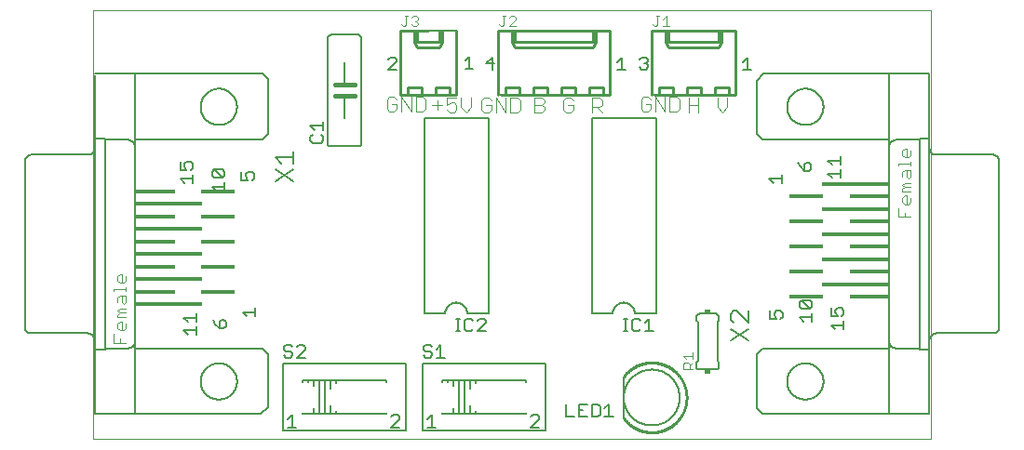
<source format=gto>
G75*
%MOIN*%
%OFA0B0*%
%FSLAX25Y25*%
%IPPOS*%
%LPD*%
%AMOC8*
5,1,8,0,0,1.08239X$1,22.5*
%
%ADD10C,0.00000*%
%ADD11C,0.00400*%
%ADD12C,0.00600*%
%ADD13C,0.01600*%
%ADD14C,0.00500*%
%ADD15C,0.01000*%
%ADD16C,0.00700*%
%ADD17C,0.00800*%
%ADD18R,0.02000X0.01500*%
%ADD19R,0.24016X0.01575*%
%ADD20R,0.14173X0.01575*%
%ADD21R,0.12205X0.01575*%
D10*
X0025619Y0001600D02*
X0025619Y0155301D01*
X0325540Y0155301D01*
X0325540Y0001600D01*
X0025619Y0001600D01*
D11*
X0032815Y0036211D02*
X0032815Y0039280D01*
X0035117Y0037746D02*
X0035117Y0036211D01*
X0037419Y0036211D02*
X0032815Y0036211D01*
X0035117Y0040815D02*
X0034350Y0041582D01*
X0034350Y0043117D01*
X0035117Y0043884D01*
X0035884Y0043884D01*
X0035884Y0040815D01*
X0035117Y0040815D02*
X0036652Y0040815D01*
X0037419Y0041582D01*
X0037419Y0043117D01*
X0037419Y0045419D02*
X0034350Y0045419D01*
X0034350Y0046186D01*
X0035117Y0046954D01*
X0034350Y0047721D01*
X0035117Y0048488D01*
X0037419Y0048488D01*
X0037419Y0046954D02*
X0035117Y0046954D01*
X0036652Y0050023D02*
X0035884Y0050790D01*
X0035884Y0053092D01*
X0035117Y0053092D02*
X0037419Y0053092D01*
X0037419Y0050790D01*
X0036652Y0050023D01*
X0034350Y0050790D02*
X0034350Y0052325D01*
X0035117Y0053092D01*
X0037419Y0054627D02*
X0037419Y0056161D01*
X0037419Y0055394D02*
X0032815Y0055394D01*
X0032815Y0054627D01*
X0035117Y0057696D02*
X0034350Y0058463D01*
X0034350Y0059998D01*
X0035117Y0060765D01*
X0035884Y0060765D01*
X0035884Y0057696D01*
X0035117Y0057696D02*
X0036652Y0057696D01*
X0037419Y0058463D01*
X0037419Y0059998D01*
X0130822Y0120060D02*
X0131690Y0119192D01*
X0133424Y0119192D01*
X0134292Y0120060D01*
X0134292Y0121794D01*
X0132557Y0121794D01*
X0130822Y0120060D02*
X0130822Y0123529D01*
X0131690Y0124397D01*
X0133424Y0124397D01*
X0134292Y0123529D01*
X0135979Y0124397D02*
X0139448Y0119192D01*
X0139448Y0124397D01*
X0141135Y0124397D02*
X0143737Y0124397D01*
X0144605Y0123529D01*
X0144605Y0120060D01*
X0143737Y0119192D01*
X0141135Y0119192D01*
X0141135Y0124397D01*
X0135979Y0124397D02*
X0135979Y0119192D01*
X0147079Y0121489D02*
X0150548Y0121489D01*
X0152235Y0121489D02*
X0152235Y0124091D01*
X0155705Y0124091D01*
X0157392Y0124091D02*
X0157392Y0120621D01*
X0159126Y0118887D01*
X0160861Y0120621D01*
X0160861Y0124091D01*
X0164680Y0123135D02*
X0164680Y0119666D01*
X0165548Y0118798D01*
X0167283Y0118798D01*
X0168150Y0119666D01*
X0168150Y0121401D01*
X0166415Y0121401D01*
X0164680Y0123135D02*
X0165548Y0124003D01*
X0167283Y0124003D01*
X0168150Y0123135D01*
X0169837Y0124003D02*
X0173306Y0118798D01*
X0173306Y0124003D01*
X0174993Y0124003D02*
X0177595Y0124003D01*
X0178463Y0123135D01*
X0178463Y0119666D01*
X0177595Y0118798D01*
X0174993Y0118798D01*
X0174993Y0124003D01*
X0169837Y0124003D02*
X0169837Y0118798D01*
X0183693Y0118887D02*
X0186295Y0118887D01*
X0187163Y0119754D01*
X0187163Y0120621D01*
X0186295Y0121489D01*
X0183693Y0121489D01*
X0183693Y0124091D02*
X0186295Y0124091D01*
X0187163Y0123224D01*
X0187163Y0122356D01*
X0186295Y0121489D01*
X0183693Y0118887D02*
X0183693Y0124091D01*
X0194006Y0123224D02*
X0194006Y0119754D01*
X0194873Y0118887D01*
X0196608Y0118887D01*
X0197475Y0119754D01*
X0197475Y0121489D01*
X0195741Y0121489D01*
X0197475Y0123224D02*
X0196608Y0124091D01*
X0194873Y0124091D01*
X0194006Y0123224D01*
X0204319Y0124091D02*
X0204319Y0118887D01*
X0204319Y0120621D02*
X0206921Y0120621D01*
X0207788Y0121489D01*
X0207788Y0123224D01*
X0206921Y0124091D01*
X0204319Y0124091D01*
X0206053Y0120621D02*
X0207788Y0118887D01*
X0221767Y0120060D02*
X0222634Y0119192D01*
X0224369Y0119192D01*
X0225237Y0120060D01*
X0225237Y0121794D01*
X0223502Y0121794D01*
X0221767Y0120060D02*
X0221767Y0123529D01*
X0222634Y0124397D01*
X0224369Y0124397D01*
X0225237Y0123529D01*
X0226923Y0124397D02*
X0230393Y0119192D01*
X0230393Y0124397D01*
X0232080Y0124397D02*
X0234682Y0124397D01*
X0235549Y0123529D01*
X0235549Y0120060D01*
X0234682Y0119192D01*
X0232080Y0119192D01*
X0232080Y0124397D01*
X0238811Y0124091D02*
X0238811Y0118887D01*
X0242281Y0118887D02*
X0242281Y0124091D01*
X0242281Y0121489D02*
X0238811Y0121489D01*
X0249124Y0120621D02*
X0250859Y0118887D01*
X0252593Y0120621D01*
X0252593Y0124091D01*
X0249124Y0124091D02*
X0249124Y0120621D01*
X0226923Y0119192D02*
X0226923Y0124397D01*
X0227126Y0149694D02*
X0227726Y0150295D01*
X0227726Y0153297D01*
X0227126Y0153297D02*
X0228327Y0153297D01*
X0229608Y0152096D02*
X0230809Y0153297D01*
X0230809Y0149694D01*
X0229608Y0149694D02*
X0232010Y0149694D01*
X0227126Y0149694D02*
X0226525Y0149694D01*
X0225925Y0150295D01*
X0177010Y0149694D02*
X0174608Y0149694D01*
X0177010Y0152096D01*
X0177010Y0152697D01*
X0176409Y0153297D01*
X0175208Y0153297D01*
X0174608Y0152697D01*
X0173327Y0153297D02*
X0172126Y0153297D01*
X0172726Y0153297D02*
X0172726Y0150295D01*
X0172126Y0149694D01*
X0171525Y0149694D01*
X0170925Y0150295D01*
X0142010Y0150295D02*
X0141409Y0149694D01*
X0140208Y0149694D01*
X0139608Y0150295D01*
X0140809Y0151496D02*
X0141409Y0151496D01*
X0142010Y0150895D01*
X0142010Y0150295D01*
X0141409Y0151496D02*
X0142010Y0152096D01*
X0142010Y0152697D01*
X0141409Y0153297D01*
X0140208Y0153297D01*
X0139608Y0152697D01*
X0138327Y0153297D02*
X0137126Y0153297D01*
X0137726Y0153297D02*
X0137726Y0150295D01*
X0137126Y0149694D01*
X0136525Y0149694D01*
X0135925Y0150295D01*
X0148814Y0123224D02*
X0148814Y0119754D01*
X0152235Y0119754D02*
X0153103Y0118887D01*
X0154837Y0118887D01*
X0155705Y0119754D01*
X0155705Y0121489D01*
X0154837Y0122356D01*
X0153970Y0122356D01*
X0152235Y0121489D01*
X0313815Y0100483D02*
X0318419Y0100483D01*
X0318419Y0099716D02*
X0318419Y0101250D01*
X0317652Y0102785D02*
X0316117Y0102785D01*
X0315350Y0103552D01*
X0315350Y0105087D01*
X0316117Y0105854D01*
X0316884Y0105854D01*
X0316884Y0102785D01*
X0317652Y0102785D02*
X0318419Y0103552D01*
X0318419Y0105087D01*
X0313815Y0100483D02*
X0313815Y0099716D01*
X0316117Y0098181D02*
X0318419Y0098181D01*
X0318419Y0095879D01*
X0317652Y0095112D01*
X0316884Y0095879D01*
X0316884Y0098181D01*
X0316117Y0098181D02*
X0315350Y0097414D01*
X0315350Y0095879D01*
X0316117Y0093577D02*
X0315350Y0092810D01*
X0316117Y0092042D01*
X0318419Y0092042D01*
X0318419Y0090508D02*
X0315350Y0090508D01*
X0315350Y0091275D01*
X0316117Y0092042D01*
X0316117Y0093577D02*
X0318419Y0093577D01*
X0316884Y0088973D02*
X0316884Y0085904D01*
X0316117Y0085904D02*
X0315350Y0086671D01*
X0315350Y0088206D01*
X0316117Y0088973D01*
X0316884Y0088973D01*
X0318419Y0088206D02*
X0318419Y0086671D01*
X0317652Y0085904D01*
X0316117Y0085904D01*
X0313815Y0084369D02*
X0313815Y0081300D01*
X0318419Y0081300D01*
X0316117Y0081300D02*
X0316117Y0082835D01*
X0240319Y0032726D02*
X0240319Y0030391D01*
X0240319Y0031559D02*
X0236816Y0031559D01*
X0237984Y0030391D01*
X0238567Y0029135D02*
X0239151Y0028551D01*
X0239151Y0026800D01*
X0239151Y0027968D02*
X0240319Y0029135D01*
X0238567Y0029135D02*
X0237400Y0029135D01*
X0236816Y0028551D01*
X0236816Y0026800D01*
X0240319Y0026800D01*
D12*
X0241619Y0027600D02*
X0241619Y0029100D01*
X0242119Y0029600D01*
X0242119Y0043600D01*
X0241619Y0044100D01*
X0241619Y0045600D01*
X0241621Y0045660D01*
X0241626Y0045721D01*
X0241635Y0045780D01*
X0241648Y0045839D01*
X0241664Y0045898D01*
X0241684Y0045955D01*
X0241707Y0046010D01*
X0241734Y0046065D01*
X0241763Y0046117D01*
X0241796Y0046168D01*
X0241832Y0046217D01*
X0241870Y0046263D01*
X0241912Y0046307D01*
X0241956Y0046349D01*
X0242002Y0046387D01*
X0242051Y0046423D01*
X0242102Y0046456D01*
X0242154Y0046485D01*
X0242209Y0046512D01*
X0242264Y0046535D01*
X0242321Y0046555D01*
X0242380Y0046571D01*
X0242439Y0046584D01*
X0242498Y0046593D01*
X0242559Y0046598D01*
X0242619Y0046600D01*
X0248619Y0046600D01*
X0248679Y0046598D01*
X0248740Y0046593D01*
X0248799Y0046584D01*
X0248858Y0046571D01*
X0248917Y0046555D01*
X0248974Y0046535D01*
X0249029Y0046512D01*
X0249084Y0046485D01*
X0249136Y0046456D01*
X0249187Y0046423D01*
X0249236Y0046387D01*
X0249282Y0046349D01*
X0249326Y0046307D01*
X0249368Y0046263D01*
X0249406Y0046217D01*
X0249442Y0046168D01*
X0249475Y0046117D01*
X0249504Y0046065D01*
X0249531Y0046010D01*
X0249554Y0045955D01*
X0249574Y0045898D01*
X0249590Y0045839D01*
X0249603Y0045780D01*
X0249612Y0045721D01*
X0249617Y0045660D01*
X0249619Y0045600D01*
X0249619Y0044100D01*
X0249119Y0043600D01*
X0249119Y0029600D01*
X0249619Y0029100D01*
X0249619Y0027600D01*
X0249617Y0027540D01*
X0249612Y0027479D01*
X0249603Y0027420D01*
X0249590Y0027361D01*
X0249574Y0027302D01*
X0249554Y0027245D01*
X0249531Y0027190D01*
X0249504Y0027135D01*
X0249475Y0027083D01*
X0249442Y0027032D01*
X0249406Y0026983D01*
X0249368Y0026937D01*
X0249326Y0026893D01*
X0249282Y0026851D01*
X0249236Y0026813D01*
X0249187Y0026777D01*
X0249136Y0026744D01*
X0249084Y0026715D01*
X0249029Y0026688D01*
X0248974Y0026665D01*
X0248917Y0026645D01*
X0248858Y0026629D01*
X0248799Y0026616D01*
X0248740Y0026607D01*
X0248679Y0026602D01*
X0248619Y0026600D01*
X0242619Y0026600D01*
X0242559Y0026602D01*
X0242498Y0026607D01*
X0242439Y0026616D01*
X0242380Y0026629D01*
X0242321Y0026645D01*
X0242264Y0026665D01*
X0242209Y0026688D01*
X0242154Y0026715D01*
X0242102Y0026744D01*
X0242051Y0026777D01*
X0242002Y0026813D01*
X0241956Y0026851D01*
X0241912Y0026893D01*
X0241870Y0026937D01*
X0241832Y0026983D01*
X0241796Y0027032D01*
X0241763Y0027083D01*
X0241734Y0027135D01*
X0241707Y0027190D01*
X0241684Y0027245D01*
X0241664Y0027302D01*
X0241648Y0027361D01*
X0241635Y0027420D01*
X0241626Y0027479D01*
X0241621Y0027540D01*
X0241619Y0027600D01*
X0263119Y0032100D02*
X0263119Y0012600D01*
X0265119Y0010600D01*
X0310619Y0010600D01*
X0310619Y0132525D01*
X0325013Y0132600D02*
X0265619Y0132600D01*
X0263119Y0130100D01*
X0263119Y0111100D01*
X0265119Y0109100D01*
X0310619Y0109100D01*
X0313119Y0108950D02*
X0321438Y0108950D01*
X0321438Y0034250D01*
X0321438Y0033750D01*
X0325013Y0033750D01*
X0321438Y0034250D02*
X0313119Y0034250D01*
X0310619Y0034100D02*
X0265119Y0034100D01*
X0263119Y0032100D01*
X0274119Y0022387D02*
X0274121Y0022548D01*
X0274127Y0022708D01*
X0274137Y0022869D01*
X0274151Y0023029D01*
X0274169Y0023189D01*
X0274190Y0023348D01*
X0274216Y0023507D01*
X0274246Y0023665D01*
X0274279Y0023822D01*
X0274317Y0023979D01*
X0274358Y0024134D01*
X0274403Y0024288D01*
X0274452Y0024441D01*
X0274505Y0024593D01*
X0274561Y0024744D01*
X0274622Y0024893D01*
X0274685Y0025041D01*
X0274753Y0025187D01*
X0274824Y0025331D01*
X0274898Y0025473D01*
X0274976Y0025614D01*
X0275058Y0025752D01*
X0275143Y0025889D01*
X0275231Y0026023D01*
X0275323Y0026155D01*
X0275418Y0026285D01*
X0275516Y0026413D01*
X0275617Y0026538D01*
X0275721Y0026660D01*
X0275828Y0026780D01*
X0275938Y0026897D01*
X0276051Y0027012D01*
X0276167Y0027123D01*
X0276286Y0027232D01*
X0276407Y0027337D01*
X0276531Y0027440D01*
X0276657Y0027540D01*
X0276785Y0027636D01*
X0276916Y0027729D01*
X0277050Y0027819D01*
X0277185Y0027906D01*
X0277323Y0027989D01*
X0277462Y0028069D01*
X0277604Y0028145D01*
X0277747Y0028218D01*
X0277892Y0028287D01*
X0278039Y0028353D01*
X0278187Y0028415D01*
X0278337Y0028473D01*
X0278488Y0028528D01*
X0278641Y0028579D01*
X0278795Y0028626D01*
X0278950Y0028669D01*
X0279106Y0028708D01*
X0279262Y0028744D01*
X0279420Y0028775D01*
X0279578Y0028803D01*
X0279737Y0028827D01*
X0279897Y0028847D01*
X0280057Y0028863D01*
X0280217Y0028875D01*
X0280378Y0028883D01*
X0280539Y0028887D01*
X0280699Y0028887D01*
X0280860Y0028883D01*
X0281021Y0028875D01*
X0281181Y0028863D01*
X0281341Y0028847D01*
X0281501Y0028827D01*
X0281660Y0028803D01*
X0281818Y0028775D01*
X0281976Y0028744D01*
X0282132Y0028708D01*
X0282288Y0028669D01*
X0282443Y0028626D01*
X0282597Y0028579D01*
X0282750Y0028528D01*
X0282901Y0028473D01*
X0283051Y0028415D01*
X0283199Y0028353D01*
X0283346Y0028287D01*
X0283491Y0028218D01*
X0283634Y0028145D01*
X0283776Y0028069D01*
X0283915Y0027989D01*
X0284053Y0027906D01*
X0284188Y0027819D01*
X0284322Y0027729D01*
X0284453Y0027636D01*
X0284581Y0027540D01*
X0284707Y0027440D01*
X0284831Y0027337D01*
X0284952Y0027232D01*
X0285071Y0027123D01*
X0285187Y0027012D01*
X0285300Y0026897D01*
X0285410Y0026780D01*
X0285517Y0026660D01*
X0285621Y0026538D01*
X0285722Y0026413D01*
X0285820Y0026285D01*
X0285915Y0026155D01*
X0286007Y0026023D01*
X0286095Y0025889D01*
X0286180Y0025752D01*
X0286262Y0025614D01*
X0286340Y0025473D01*
X0286414Y0025331D01*
X0286485Y0025187D01*
X0286553Y0025041D01*
X0286616Y0024893D01*
X0286677Y0024744D01*
X0286733Y0024593D01*
X0286786Y0024441D01*
X0286835Y0024288D01*
X0286880Y0024134D01*
X0286921Y0023979D01*
X0286959Y0023822D01*
X0286992Y0023665D01*
X0287022Y0023507D01*
X0287048Y0023348D01*
X0287069Y0023189D01*
X0287087Y0023029D01*
X0287101Y0022869D01*
X0287111Y0022708D01*
X0287117Y0022548D01*
X0287119Y0022387D01*
X0287117Y0022226D01*
X0287111Y0022066D01*
X0287101Y0021905D01*
X0287087Y0021745D01*
X0287069Y0021585D01*
X0287048Y0021426D01*
X0287022Y0021267D01*
X0286992Y0021109D01*
X0286959Y0020952D01*
X0286921Y0020795D01*
X0286880Y0020640D01*
X0286835Y0020486D01*
X0286786Y0020333D01*
X0286733Y0020181D01*
X0286677Y0020030D01*
X0286616Y0019881D01*
X0286553Y0019733D01*
X0286485Y0019587D01*
X0286414Y0019443D01*
X0286340Y0019301D01*
X0286262Y0019160D01*
X0286180Y0019022D01*
X0286095Y0018885D01*
X0286007Y0018751D01*
X0285915Y0018619D01*
X0285820Y0018489D01*
X0285722Y0018361D01*
X0285621Y0018236D01*
X0285517Y0018114D01*
X0285410Y0017994D01*
X0285300Y0017877D01*
X0285187Y0017762D01*
X0285071Y0017651D01*
X0284952Y0017542D01*
X0284831Y0017437D01*
X0284707Y0017334D01*
X0284581Y0017234D01*
X0284453Y0017138D01*
X0284322Y0017045D01*
X0284188Y0016955D01*
X0284053Y0016868D01*
X0283915Y0016785D01*
X0283776Y0016705D01*
X0283634Y0016629D01*
X0283491Y0016556D01*
X0283346Y0016487D01*
X0283199Y0016421D01*
X0283051Y0016359D01*
X0282901Y0016301D01*
X0282750Y0016246D01*
X0282597Y0016195D01*
X0282443Y0016148D01*
X0282288Y0016105D01*
X0282132Y0016066D01*
X0281976Y0016030D01*
X0281818Y0015999D01*
X0281660Y0015971D01*
X0281501Y0015947D01*
X0281341Y0015927D01*
X0281181Y0015911D01*
X0281021Y0015899D01*
X0280860Y0015891D01*
X0280699Y0015887D01*
X0280539Y0015887D01*
X0280378Y0015891D01*
X0280217Y0015899D01*
X0280057Y0015911D01*
X0279897Y0015927D01*
X0279737Y0015947D01*
X0279578Y0015971D01*
X0279420Y0015999D01*
X0279262Y0016030D01*
X0279106Y0016066D01*
X0278950Y0016105D01*
X0278795Y0016148D01*
X0278641Y0016195D01*
X0278488Y0016246D01*
X0278337Y0016301D01*
X0278187Y0016359D01*
X0278039Y0016421D01*
X0277892Y0016487D01*
X0277747Y0016556D01*
X0277604Y0016629D01*
X0277462Y0016705D01*
X0277323Y0016785D01*
X0277185Y0016868D01*
X0277050Y0016955D01*
X0276916Y0017045D01*
X0276785Y0017138D01*
X0276657Y0017234D01*
X0276531Y0017334D01*
X0276407Y0017437D01*
X0276286Y0017542D01*
X0276167Y0017651D01*
X0276051Y0017762D01*
X0275938Y0017877D01*
X0275828Y0017994D01*
X0275721Y0018114D01*
X0275617Y0018236D01*
X0275516Y0018361D01*
X0275418Y0018489D01*
X0275323Y0018619D01*
X0275231Y0018751D01*
X0275143Y0018885D01*
X0275058Y0019022D01*
X0274976Y0019160D01*
X0274898Y0019301D01*
X0274824Y0019443D01*
X0274753Y0019587D01*
X0274685Y0019733D01*
X0274622Y0019881D01*
X0274561Y0020030D01*
X0274505Y0020181D01*
X0274452Y0020333D01*
X0274403Y0020486D01*
X0274358Y0020640D01*
X0274317Y0020795D01*
X0274279Y0020952D01*
X0274246Y0021109D01*
X0274216Y0021267D01*
X0274190Y0021426D01*
X0274169Y0021585D01*
X0274151Y0021745D01*
X0274137Y0021905D01*
X0274127Y0022066D01*
X0274121Y0022226D01*
X0274119Y0022387D01*
X0310619Y0010600D02*
X0325013Y0010600D01*
X0325083Y0011049D02*
X0325083Y0132529D01*
X0274119Y0120813D02*
X0274121Y0120974D01*
X0274127Y0121134D01*
X0274137Y0121295D01*
X0274151Y0121455D01*
X0274169Y0121615D01*
X0274190Y0121774D01*
X0274216Y0121933D01*
X0274246Y0122091D01*
X0274279Y0122248D01*
X0274317Y0122405D01*
X0274358Y0122560D01*
X0274403Y0122714D01*
X0274452Y0122867D01*
X0274505Y0123019D01*
X0274561Y0123170D01*
X0274622Y0123319D01*
X0274685Y0123467D01*
X0274753Y0123613D01*
X0274824Y0123757D01*
X0274898Y0123899D01*
X0274976Y0124040D01*
X0275058Y0124178D01*
X0275143Y0124315D01*
X0275231Y0124449D01*
X0275323Y0124581D01*
X0275418Y0124711D01*
X0275516Y0124839D01*
X0275617Y0124964D01*
X0275721Y0125086D01*
X0275828Y0125206D01*
X0275938Y0125323D01*
X0276051Y0125438D01*
X0276167Y0125549D01*
X0276286Y0125658D01*
X0276407Y0125763D01*
X0276531Y0125866D01*
X0276657Y0125966D01*
X0276785Y0126062D01*
X0276916Y0126155D01*
X0277050Y0126245D01*
X0277185Y0126332D01*
X0277323Y0126415D01*
X0277462Y0126495D01*
X0277604Y0126571D01*
X0277747Y0126644D01*
X0277892Y0126713D01*
X0278039Y0126779D01*
X0278187Y0126841D01*
X0278337Y0126899D01*
X0278488Y0126954D01*
X0278641Y0127005D01*
X0278795Y0127052D01*
X0278950Y0127095D01*
X0279106Y0127134D01*
X0279262Y0127170D01*
X0279420Y0127201D01*
X0279578Y0127229D01*
X0279737Y0127253D01*
X0279897Y0127273D01*
X0280057Y0127289D01*
X0280217Y0127301D01*
X0280378Y0127309D01*
X0280539Y0127313D01*
X0280699Y0127313D01*
X0280860Y0127309D01*
X0281021Y0127301D01*
X0281181Y0127289D01*
X0281341Y0127273D01*
X0281501Y0127253D01*
X0281660Y0127229D01*
X0281818Y0127201D01*
X0281976Y0127170D01*
X0282132Y0127134D01*
X0282288Y0127095D01*
X0282443Y0127052D01*
X0282597Y0127005D01*
X0282750Y0126954D01*
X0282901Y0126899D01*
X0283051Y0126841D01*
X0283199Y0126779D01*
X0283346Y0126713D01*
X0283491Y0126644D01*
X0283634Y0126571D01*
X0283776Y0126495D01*
X0283915Y0126415D01*
X0284053Y0126332D01*
X0284188Y0126245D01*
X0284322Y0126155D01*
X0284453Y0126062D01*
X0284581Y0125966D01*
X0284707Y0125866D01*
X0284831Y0125763D01*
X0284952Y0125658D01*
X0285071Y0125549D01*
X0285187Y0125438D01*
X0285300Y0125323D01*
X0285410Y0125206D01*
X0285517Y0125086D01*
X0285621Y0124964D01*
X0285722Y0124839D01*
X0285820Y0124711D01*
X0285915Y0124581D01*
X0286007Y0124449D01*
X0286095Y0124315D01*
X0286180Y0124178D01*
X0286262Y0124040D01*
X0286340Y0123899D01*
X0286414Y0123757D01*
X0286485Y0123613D01*
X0286553Y0123467D01*
X0286616Y0123319D01*
X0286677Y0123170D01*
X0286733Y0123019D01*
X0286786Y0122867D01*
X0286835Y0122714D01*
X0286880Y0122560D01*
X0286921Y0122405D01*
X0286959Y0122248D01*
X0286992Y0122091D01*
X0287022Y0121933D01*
X0287048Y0121774D01*
X0287069Y0121615D01*
X0287087Y0121455D01*
X0287101Y0121295D01*
X0287111Y0121134D01*
X0287117Y0120974D01*
X0287119Y0120813D01*
X0287117Y0120652D01*
X0287111Y0120492D01*
X0287101Y0120331D01*
X0287087Y0120171D01*
X0287069Y0120011D01*
X0287048Y0119852D01*
X0287022Y0119693D01*
X0286992Y0119535D01*
X0286959Y0119378D01*
X0286921Y0119221D01*
X0286880Y0119066D01*
X0286835Y0118912D01*
X0286786Y0118759D01*
X0286733Y0118607D01*
X0286677Y0118456D01*
X0286616Y0118307D01*
X0286553Y0118159D01*
X0286485Y0118013D01*
X0286414Y0117869D01*
X0286340Y0117727D01*
X0286262Y0117586D01*
X0286180Y0117448D01*
X0286095Y0117311D01*
X0286007Y0117177D01*
X0285915Y0117045D01*
X0285820Y0116915D01*
X0285722Y0116787D01*
X0285621Y0116662D01*
X0285517Y0116540D01*
X0285410Y0116420D01*
X0285300Y0116303D01*
X0285187Y0116188D01*
X0285071Y0116077D01*
X0284952Y0115968D01*
X0284831Y0115863D01*
X0284707Y0115760D01*
X0284581Y0115660D01*
X0284453Y0115564D01*
X0284322Y0115471D01*
X0284188Y0115381D01*
X0284053Y0115294D01*
X0283915Y0115211D01*
X0283776Y0115131D01*
X0283634Y0115055D01*
X0283491Y0114982D01*
X0283346Y0114913D01*
X0283199Y0114847D01*
X0283051Y0114785D01*
X0282901Y0114727D01*
X0282750Y0114672D01*
X0282597Y0114621D01*
X0282443Y0114574D01*
X0282288Y0114531D01*
X0282132Y0114492D01*
X0281976Y0114456D01*
X0281818Y0114425D01*
X0281660Y0114397D01*
X0281501Y0114373D01*
X0281341Y0114353D01*
X0281181Y0114337D01*
X0281021Y0114325D01*
X0280860Y0114317D01*
X0280699Y0114313D01*
X0280539Y0114313D01*
X0280378Y0114317D01*
X0280217Y0114325D01*
X0280057Y0114337D01*
X0279897Y0114353D01*
X0279737Y0114373D01*
X0279578Y0114397D01*
X0279420Y0114425D01*
X0279262Y0114456D01*
X0279106Y0114492D01*
X0278950Y0114531D01*
X0278795Y0114574D01*
X0278641Y0114621D01*
X0278488Y0114672D01*
X0278337Y0114727D01*
X0278187Y0114785D01*
X0278039Y0114847D01*
X0277892Y0114913D01*
X0277747Y0114982D01*
X0277604Y0115055D01*
X0277462Y0115131D01*
X0277323Y0115211D01*
X0277185Y0115294D01*
X0277050Y0115381D01*
X0276916Y0115471D01*
X0276785Y0115564D01*
X0276657Y0115660D01*
X0276531Y0115760D01*
X0276407Y0115863D01*
X0276286Y0115968D01*
X0276167Y0116077D01*
X0276051Y0116188D01*
X0275938Y0116303D01*
X0275828Y0116420D01*
X0275721Y0116540D01*
X0275617Y0116662D01*
X0275516Y0116787D01*
X0275418Y0116915D01*
X0275323Y0117045D01*
X0275231Y0117177D01*
X0275143Y0117311D01*
X0275058Y0117448D01*
X0274976Y0117586D01*
X0274898Y0117727D01*
X0274824Y0117869D01*
X0274753Y0118013D01*
X0274685Y0118159D01*
X0274622Y0118307D01*
X0274561Y0118456D01*
X0274505Y0118607D01*
X0274452Y0118759D01*
X0274403Y0118912D01*
X0274358Y0119066D01*
X0274317Y0119221D01*
X0274279Y0119378D01*
X0274246Y0119535D01*
X0274216Y0119693D01*
X0274190Y0119852D01*
X0274169Y0120011D01*
X0274151Y0120171D01*
X0274137Y0120331D01*
X0274127Y0120492D01*
X0274121Y0120652D01*
X0274119Y0120813D01*
X0310619Y0106450D02*
X0310621Y0106548D01*
X0310627Y0106646D01*
X0310636Y0106744D01*
X0310650Y0106841D01*
X0310667Y0106938D01*
X0310688Y0107034D01*
X0310713Y0107129D01*
X0310741Y0107223D01*
X0310774Y0107315D01*
X0310809Y0107407D01*
X0310849Y0107497D01*
X0310891Y0107585D01*
X0310938Y0107672D01*
X0310987Y0107756D01*
X0311040Y0107839D01*
X0311096Y0107919D01*
X0311156Y0107998D01*
X0311218Y0108074D01*
X0311283Y0108147D01*
X0311351Y0108218D01*
X0311422Y0108286D01*
X0311495Y0108351D01*
X0311571Y0108413D01*
X0311650Y0108473D01*
X0311730Y0108529D01*
X0311813Y0108582D01*
X0311897Y0108631D01*
X0311984Y0108678D01*
X0312072Y0108720D01*
X0312162Y0108760D01*
X0312254Y0108795D01*
X0312346Y0108828D01*
X0312440Y0108856D01*
X0312535Y0108881D01*
X0312631Y0108902D01*
X0312728Y0108919D01*
X0312825Y0108933D01*
X0312923Y0108942D01*
X0313021Y0108948D01*
X0313119Y0108950D01*
X0321438Y0108950D02*
X0321438Y0109450D01*
X0325013Y0109450D01*
X0325044Y0106100D02*
X0325046Y0106002D01*
X0325052Y0105904D01*
X0325061Y0105806D01*
X0325075Y0105709D01*
X0325092Y0105612D01*
X0325113Y0105516D01*
X0325138Y0105421D01*
X0325166Y0105327D01*
X0325199Y0105235D01*
X0325234Y0105143D01*
X0325274Y0105053D01*
X0325316Y0104965D01*
X0325363Y0104878D01*
X0325412Y0104794D01*
X0325465Y0104711D01*
X0325521Y0104631D01*
X0325581Y0104552D01*
X0325643Y0104476D01*
X0325708Y0104403D01*
X0325776Y0104332D01*
X0325847Y0104264D01*
X0325920Y0104199D01*
X0325996Y0104137D01*
X0326075Y0104077D01*
X0326155Y0104021D01*
X0326238Y0103968D01*
X0326322Y0103919D01*
X0326409Y0103872D01*
X0326497Y0103830D01*
X0326587Y0103790D01*
X0326679Y0103755D01*
X0326771Y0103722D01*
X0326865Y0103694D01*
X0326960Y0103669D01*
X0327056Y0103648D01*
X0327153Y0103631D01*
X0327250Y0103617D01*
X0327348Y0103608D01*
X0327446Y0103602D01*
X0327544Y0103600D01*
X0347938Y0103600D01*
X0348025Y0103598D01*
X0348112Y0103592D01*
X0348199Y0103583D01*
X0348285Y0103570D01*
X0348371Y0103553D01*
X0348456Y0103532D01*
X0348539Y0103507D01*
X0348622Y0103479D01*
X0348703Y0103448D01*
X0348783Y0103413D01*
X0348861Y0103374D01*
X0348938Y0103332D01*
X0349013Y0103287D01*
X0349085Y0103238D01*
X0349156Y0103187D01*
X0349224Y0103132D01*
X0349289Y0103075D01*
X0349352Y0103014D01*
X0349413Y0102951D01*
X0349470Y0102886D01*
X0349525Y0102818D01*
X0349576Y0102747D01*
X0349625Y0102675D01*
X0349670Y0102600D01*
X0349712Y0102523D01*
X0349751Y0102445D01*
X0349786Y0102365D01*
X0349817Y0102284D01*
X0349845Y0102201D01*
X0349870Y0102118D01*
X0349891Y0102033D01*
X0349908Y0101947D01*
X0349921Y0101861D01*
X0349930Y0101774D01*
X0349936Y0101687D01*
X0349938Y0101600D01*
X0349938Y0041600D01*
X0349936Y0041513D01*
X0349930Y0041426D01*
X0349921Y0041339D01*
X0349908Y0041253D01*
X0349891Y0041167D01*
X0349870Y0041082D01*
X0349845Y0040999D01*
X0349817Y0040916D01*
X0349786Y0040835D01*
X0349751Y0040755D01*
X0349712Y0040677D01*
X0349670Y0040600D01*
X0349625Y0040525D01*
X0349576Y0040453D01*
X0349525Y0040382D01*
X0349470Y0040314D01*
X0349413Y0040249D01*
X0349352Y0040186D01*
X0349289Y0040125D01*
X0349224Y0040068D01*
X0349156Y0040013D01*
X0349085Y0039962D01*
X0349013Y0039913D01*
X0348938Y0039868D01*
X0348861Y0039826D01*
X0348783Y0039787D01*
X0348703Y0039752D01*
X0348622Y0039721D01*
X0348539Y0039693D01*
X0348456Y0039668D01*
X0348371Y0039647D01*
X0348285Y0039630D01*
X0348199Y0039617D01*
X0348112Y0039608D01*
X0348025Y0039602D01*
X0347938Y0039600D01*
X0327544Y0039600D01*
X0327446Y0039598D01*
X0327348Y0039592D01*
X0327250Y0039583D01*
X0327153Y0039569D01*
X0327056Y0039552D01*
X0326960Y0039531D01*
X0326865Y0039506D01*
X0326771Y0039478D01*
X0326679Y0039445D01*
X0326587Y0039410D01*
X0326497Y0039370D01*
X0326409Y0039328D01*
X0326322Y0039281D01*
X0326238Y0039232D01*
X0326155Y0039179D01*
X0326075Y0039123D01*
X0325996Y0039063D01*
X0325920Y0039001D01*
X0325847Y0038936D01*
X0325776Y0038868D01*
X0325708Y0038797D01*
X0325643Y0038724D01*
X0325581Y0038648D01*
X0325521Y0038569D01*
X0325465Y0038489D01*
X0325412Y0038406D01*
X0325363Y0038322D01*
X0325316Y0038235D01*
X0325274Y0038147D01*
X0325234Y0038057D01*
X0325199Y0037965D01*
X0325166Y0037873D01*
X0325138Y0037779D01*
X0325113Y0037684D01*
X0325092Y0037588D01*
X0325075Y0037491D01*
X0325061Y0037394D01*
X0325052Y0037296D01*
X0325046Y0037198D01*
X0325044Y0037100D01*
X0313119Y0034250D02*
X0313021Y0034252D01*
X0312923Y0034258D01*
X0312825Y0034267D01*
X0312728Y0034281D01*
X0312631Y0034298D01*
X0312535Y0034319D01*
X0312440Y0034344D01*
X0312346Y0034372D01*
X0312254Y0034405D01*
X0312162Y0034440D01*
X0312072Y0034480D01*
X0311984Y0034522D01*
X0311897Y0034569D01*
X0311813Y0034618D01*
X0311730Y0034671D01*
X0311650Y0034727D01*
X0311571Y0034787D01*
X0311495Y0034849D01*
X0311422Y0034914D01*
X0311351Y0034982D01*
X0311283Y0035053D01*
X0311218Y0035126D01*
X0311156Y0035202D01*
X0311096Y0035281D01*
X0311040Y0035361D01*
X0310987Y0035444D01*
X0310938Y0035528D01*
X0310891Y0035615D01*
X0310849Y0035703D01*
X0310809Y0035793D01*
X0310774Y0035885D01*
X0310741Y0035977D01*
X0310713Y0036071D01*
X0310688Y0036166D01*
X0310667Y0036262D01*
X0310650Y0036359D01*
X0310636Y0036456D01*
X0310627Y0036554D01*
X0310621Y0036652D01*
X0310619Y0036750D01*
X0227119Y0046600D02*
X0219619Y0046600D01*
X0219617Y0046726D01*
X0219611Y0046851D01*
X0219601Y0046976D01*
X0219587Y0047101D01*
X0219570Y0047226D01*
X0219548Y0047350D01*
X0219523Y0047473D01*
X0219493Y0047595D01*
X0219460Y0047716D01*
X0219423Y0047836D01*
X0219383Y0047955D01*
X0219338Y0048072D01*
X0219290Y0048189D01*
X0219238Y0048303D01*
X0219183Y0048416D01*
X0219124Y0048527D01*
X0219062Y0048636D01*
X0218996Y0048743D01*
X0218927Y0048848D01*
X0218855Y0048951D01*
X0218780Y0049052D01*
X0218701Y0049150D01*
X0218619Y0049245D01*
X0218535Y0049338D01*
X0218447Y0049428D01*
X0218357Y0049516D01*
X0218264Y0049600D01*
X0218169Y0049682D01*
X0218071Y0049761D01*
X0217970Y0049836D01*
X0217867Y0049908D01*
X0217762Y0049977D01*
X0217655Y0050043D01*
X0217546Y0050105D01*
X0217435Y0050164D01*
X0217322Y0050219D01*
X0217208Y0050271D01*
X0217091Y0050319D01*
X0216974Y0050364D01*
X0216855Y0050404D01*
X0216735Y0050441D01*
X0216614Y0050474D01*
X0216492Y0050504D01*
X0216369Y0050529D01*
X0216245Y0050551D01*
X0216120Y0050568D01*
X0215995Y0050582D01*
X0215870Y0050592D01*
X0215745Y0050598D01*
X0215619Y0050600D01*
X0215493Y0050598D01*
X0215368Y0050592D01*
X0215243Y0050582D01*
X0215118Y0050568D01*
X0214993Y0050551D01*
X0214869Y0050529D01*
X0214746Y0050504D01*
X0214624Y0050474D01*
X0214503Y0050441D01*
X0214383Y0050404D01*
X0214264Y0050364D01*
X0214147Y0050319D01*
X0214030Y0050271D01*
X0213916Y0050219D01*
X0213803Y0050164D01*
X0213692Y0050105D01*
X0213583Y0050043D01*
X0213476Y0049977D01*
X0213371Y0049908D01*
X0213268Y0049836D01*
X0213167Y0049761D01*
X0213069Y0049682D01*
X0212974Y0049600D01*
X0212881Y0049516D01*
X0212791Y0049428D01*
X0212703Y0049338D01*
X0212619Y0049245D01*
X0212537Y0049150D01*
X0212458Y0049052D01*
X0212383Y0048951D01*
X0212311Y0048848D01*
X0212242Y0048743D01*
X0212176Y0048636D01*
X0212114Y0048527D01*
X0212055Y0048416D01*
X0212000Y0048303D01*
X0211948Y0048189D01*
X0211900Y0048072D01*
X0211855Y0047955D01*
X0211815Y0047836D01*
X0211778Y0047716D01*
X0211745Y0047595D01*
X0211715Y0047473D01*
X0211690Y0047350D01*
X0211668Y0047226D01*
X0211651Y0047101D01*
X0211637Y0046976D01*
X0211627Y0046851D01*
X0211621Y0046726D01*
X0211619Y0046600D01*
X0204119Y0046600D01*
X0204119Y0116600D01*
X0227119Y0116600D01*
X0227119Y0046600D01*
X0187619Y0028600D02*
X0187619Y0004600D01*
X0143619Y0004600D01*
X0143619Y0028600D01*
X0187619Y0028600D01*
X0180619Y0022600D02*
X0162619Y0022600D01*
X0162619Y0021600D01*
X0162619Y0022600D02*
X0160619Y0022600D01*
X0160619Y0019600D01*
X0154619Y0020600D02*
X0154619Y0022600D01*
X0156619Y0022600D01*
X0158619Y0022600D01*
X0160619Y0022600D01*
X0158619Y0022600D02*
X0158619Y0010600D01*
X0160619Y0010600D01*
X0160619Y0013600D01*
X0162619Y0011600D02*
X0162619Y0010600D01*
X0160619Y0010600D01*
X0162619Y0010600D02*
X0180619Y0010600D01*
X0180619Y0011100D01*
X0158619Y0010600D02*
X0156619Y0010600D01*
X0154619Y0010600D01*
X0152619Y0010600D01*
X0150619Y0010600D01*
X0150619Y0011100D01*
X0152619Y0011100D02*
X0152619Y0010600D01*
X0154619Y0010600D02*
X0154619Y0012600D01*
X0156619Y0010600D02*
X0156619Y0022600D01*
X0154619Y0022600D02*
X0152619Y0022600D01*
X0152619Y0022100D01*
X0152619Y0022600D02*
X0150619Y0022600D01*
X0150619Y0022100D01*
X0137619Y0028600D02*
X0137619Y0004600D01*
X0093619Y0004600D01*
X0093619Y0028600D01*
X0137619Y0028600D01*
X0130619Y0022600D02*
X0112619Y0022600D01*
X0112619Y0021600D01*
X0112619Y0022600D02*
X0110619Y0022600D01*
X0110619Y0019600D01*
X0110619Y0022600D02*
X0108619Y0022600D01*
X0106619Y0022600D01*
X0104619Y0022600D01*
X0104619Y0020600D01*
X0104619Y0022600D02*
X0102619Y0022600D01*
X0102619Y0022100D01*
X0102619Y0022600D02*
X0100619Y0022600D01*
X0100619Y0022100D01*
X0106619Y0022600D02*
X0106619Y0010600D01*
X0104619Y0010600D01*
X0102619Y0010600D01*
X0100619Y0010600D01*
X0100619Y0011100D01*
X0102619Y0011100D02*
X0102619Y0010600D01*
X0104619Y0010600D02*
X0104619Y0012600D01*
X0106619Y0010600D02*
X0108619Y0010600D01*
X0110619Y0010600D01*
X0110619Y0013600D01*
X0112619Y0011600D02*
X0112619Y0010600D01*
X0110619Y0010600D01*
X0112619Y0010600D02*
X0130619Y0010600D01*
X0130619Y0011100D01*
X0130619Y0022100D02*
X0130619Y0022600D01*
X0108619Y0022600D02*
X0108619Y0010600D01*
X0088119Y0013100D02*
X0088119Y0032100D01*
X0086119Y0034100D01*
X0040619Y0034100D01*
X0038119Y0034250D02*
X0029800Y0034250D01*
X0029800Y0108950D01*
X0029800Y0109450D01*
X0026225Y0109450D01*
X0029800Y0108950D02*
X0038119Y0108950D01*
X0040619Y0109100D02*
X0086119Y0109100D01*
X0088119Y0111100D01*
X0088119Y0130600D01*
X0086119Y0132600D01*
X0040619Y0132600D01*
X0040619Y0010675D01*
X0026225Y0010600D02*
X0085619Y0010600D01*
X0088119Y0013100D01*
X0064119Y0022387D02*
X0064121Y0022548D01*
X0064127Y0022708D01*
X0064137Y0022869D01*
X0064151Y0023029D01*
X0064169Y0023189D01*
X0064190Y0023348D01*
X0064216Y0023507D01*
X0064246Y0023665D01*
X0064279Y0023822D01*
X0064317Y0023979D01*
X0064358Y0024134D01*
X0064403Y0024288D01*
X0064452Y0024441D01*
X0064505Y0024593D01*
X0064561Y0024744D01*
X0064622Y0024893D01*
X0064685Y0025041D01*
X0064753Y0025187D01*
X0064824Y0025331D01*
X0064898Y0025473D01*
X0064976Y0025614D01*
X0065058Y0025752D01*
X0065143Y0025889D01*
X0065231Y0026023D01*
X0065323Y0026155D01*
X0065418Y0026285D01*
X0065516Y0026413D01*
X0065617Y0026538D01*
X0065721Y0026660D01*
X0065828Y0026780D01*
X0065938Y0026897D01*
X0066051Y0027012D01*
X0066167Y0027123D01*
X0066286Y0027232D01*
X0066407Y0027337D01*
X0066531Y0027440D01*
X0066657Y0027540D01*
X0066785Y0027636D01*
X0066916Y0027729D01*
X0067050Y0027819D01*
X0067185Y0027906D01*
X0067323Y0027989D01*
X0067462Y0028069D01*
X0067604Y0028145D01*
X0067747Y0028218D01*
X0067892Y0028287D01*
X0068039Y0028353D01*
X0068187Y0028415D01*
X0068337Y0028473D01*
X0068488Y0028528D01*
X0068641Y0028579D01*
X0068795Y0028626D01*
X0068950Y0028669D01*
X0069106Y0028708D01*
X0069262Y0028744D01*
X0069420Y0028775D01*
X0069578Y0028803D01*
X0069737Y0028827D01*
X0069897Y0028847D01*
X0070057Y0028863D01*
X0070217Y0028875D01*
X0070378Y0028883D01*
X0070539Y0028887D01*
X0070699Y0028887D01*
X0070860Y0028883D01*
X0071021Y0028875D01*
X0071181Y0028863D01*
X0071341Y0028847D01*
X0071501Y0028827D01*
X0071660Y0028803D01*
X0071818Y0028775D01*
X0071976Y0028744D01*
X0072132Y0028708D01*
X0072288Y0028669D01*
X0072443Y0028626D01*
X0072597Y0028579D01*
X0072750Y0028528D01*
X0072901Y0028473D01*
X0073051Y0028415D01*
X0073199Y0028353D01*
X0073346Y0028287D01*
X0073491Y0028218D01*
X0073634Y0028145D01*
X0073776Y0028069D01*
X0073915Y0027989D01*
X0074053Y0027906D01*
X0074188Y0027819D01*
X0074322Y0027729D01*
X0074453Y0027636D01*
X0074581Y0027540D01*
X0074707Y0027440D01*
X0074831Y0027337D01*
X0074952Y0027232D01*
X0075071Y0027123D01*
X0075187Y0027012D01*
X0075300Y0026897D01*
X0075410Y0026780D01*
X0075517Y0026660D01*
X0075621Y0026538D01*
X0075722Y0026413D01*
X0075820Y0026285D01*
X0075915Y0026155D01*
X0076007Y0026023D01*
X0076095Y0025889D01*
X0076180Y0025752D01*
X0076262Y0025614D01*
X0076340Y0025473D01*
X0076414Y0025331D01*
X0076485Y0025187D01*
X0076553Y0025041D01*
X0076616Y0024893D01*
X0076677Y0024744D01*
X0076733Y0024593D01*
X0076786Y0024441D01*
X0076835Y0024288D01*
X0076880Y0024134D01*
X0076921Y0023979D01*
X0076959Y0023822D01*
X0076992Y0023665D01*
X0077022Y0023507D01*
X0077048Y0023348D01*
X0077069Y0023189D01*
X0077087Y0023029D01*
X0077101Y0022869D01*
X0077111Y0022708D01*
X0077117Y0022548D01*
X0077119Y0022387D01*
X0077117Y0022226D01*
X0077111Y0022066D01*
X0077101Y0021905D01*
X0077087Y0021745D01*
X0077069Y0021585D01*
X0077048Y0021426D01*
X0077022Y0021267D01*
X0076992Y0021109D01*
X0076959Y0020952D01*
X0076921Y0020795D01*
X0076880Y0020640D01*
X0076835Y0020486D01*
X0076786Y0020333D01*
X0076733Y0020181D01*
X0076677Y0020030D01*
X0076616Y0019881D01*
X0076553Y0019733D01*
X0076485Y0019587D01*
X0076414Y0019443D01*
X0076340Y0019301D01*
X0076262Y0019160D01*
X0076180Y0019022D01*
X0076095Y0018885D01*
X0076007Y0018751D01*
X0075915Y0018619D01*
X0075820Y0018489D01*
X0075722Y0018361D01*
X0075621Y0018236D01*
X0075517Y0018114D01*
X0075410Y0017994D01*
X0075300Y0017877D01*
X0075187Y0017762D01*
X0075071Y0017651D01*
X0074952Y0017542D01*
X0074831Y0017437D01*
X0074707Y0017334D01*
X0074581Y0017234D01*
X0074453Y0017138D01*
X0074322Y0017045D01*
X0074188Y0016955D01*
X0074053Y0016868D01*
X0073915Y0016785D01*
X0073776Y0016705D01*
X0073634Y0016629D01*
X0073491Y0016556D01*
X0073346Y0016487D01*
X0073199Y0016421D01*
X0073051Y0016359D01*
X0072901Y0016301D01*
X0072750Y0016246D01*
X0072597Y0016195D01*
X0072443Y0016148D01*
X0072288Y0016105D01*
X0072132Y0016066D01*
X0071976Y0016030D01*
X0071818Y0015999D01*
X0071660Y0015971D01*
X0071501Y0015947D01*
X0071341Y0015927D01*
X0071181Y0015911D01*
X0071021Y0015899D01*
X0070860Y0015891D01*
X0070699Y0015887D01*
X0070539Y0015887D01*
X0070378Y0015891D01*
X0070217Y0015899D01*
X0070057Y0015911D01*
X0069897Y0015927D01*
X0069737Y0015947D01*
X0069578Y0015971D01*
X0069420Y0015999D01*
X0069262Y0016030D01*
X0069106Y0016066D01*
X0068950Y0016105D01*
X0068795Y0016148D01*
X0068641Y0016195D01*
X0068488Y0016246D01*
X0068337Y0016301D01*
X0068187Y0016359D01*
X0068039Y0016421D01*
X0067892Y0016487D01*
X0067747Y0016556D01*
X0067604Y0016629D01*
X0067462Y0016705D01*
X0067323Y0016785D01*
X0067185Y0016868D01*
X0067050Y0016955D01*
X0066916Y0017045D01*
X0066785Y0017138D01*
X0066657Y0017234D01*
X0066531Y0017334D01*
X0066407Y0017437D01*
X0066286Y0017542D01*
X0066167Y0017651D01*
X0066051Y0017762D01*
X0065938Y0017877D01*
X0065828Y0017994D01*
X0065721Y0018114D01*
X0065617Y0018236D01*
X0065516Y0018361D01*
X0065418Y0018489D01*
X0065323Y0018619D01*
X0065231Y0018751D01*
X0065143Y0018885D01*
X0065058Y0019022D01*
X0064976Y0019160D01*
X0064898Y0019301D01*
X0064824Y0019443D01*
X0064753Y0019587D01*
X0064685Y0019733D01*
X0064622Y0019881D01*
X0064561Y0020030D01*
X0064505Y0020181D01*
X0064452Y0020333D01*
X0064403Y0020486D01*
X0064358Y0020640D01*
X0064317Y0020795D01*
X0064279Y0020952D01*
X0064246Y0021109D01*
X0064216Y0021267D01*
X0064190Y0021426D01*
X0064169Y0021585D01*
X0064151Y0021745D01*
X0064137Y0021905D01*
X0064127Y0022066D01*
X0064121Y0022226D01*
X0064119Y0022387D01*
X0040619Y0036750D02*
X0040617Y0036652D01*
X0040611Y0036554D01*
X0040602Y0036456D01*
X0040588Y0036359D01*
X0040571Y0036262D01*
X0040550Y0036166D01*
X0040525Y0036071D01*
X0040497Y0035977D01*
X0040464Y0035885D01*
X0040429Y0035793D01*
X0040389Y0035703D01*
X0040347Y0035615D01*
X0040300Y0035528D01*
X0040251Y0035444D01*
X0040198Y0035361D01*
X0040142Y0035281D01*
X0040082Y0035202D01*
X0040020Y0035126D01*
X0039955Y0035053D01*
X0039887Y0034982D01*
X0039816Y0034914D01*
X0039743Y0034849D01*
X0039667Y0034787D01*
X0039588Y0034727D01*
X0039508Y0034671D01*
X0039425Y0034618D01*
X0039341Y0034569D01*
X0039254Y0034522D01*
X0039166Y0034480D01*
X0039076Y0034440D01*
X0038984Y0034405D01*
X0038892Y0034372D01*
X0038798Y0034344D01*
X0038703Y0034319D01*
X0038607Y0034298D01*
X0038510Y0034281D01*
X0038413Y0034267D01*
X0038315Y0034258D01*
X0038217Y0034252D01*
X0038119Y0034250D01*
X0029800Y0034250D02*
X0029800Y0033750D01*
X0026225Y0033750D01*
X0026194Y0037100D02*
X0026192Y0037198D01*
X0026186Y0037296D01*
X0026177Y0037394D01*
X0026163Y0037491D01*
X0026146Y0037588D01*
X0026125Y0037684D01*
X0026100Y0037779D01*
X0026072Y0037873D01*
X0026039Y0037965D01*
X0026004Y0038057D01*
X0025964Y0038147D01*
X0025922Y0038235D01*
X0025875Y0038322D01*
X0025826Y0038406D01*
X0025773Y0038489D01*
X0025717Y0038569D01*
X0025657Y0038648D01*
X0025595Y0038724D01*
X0025530Y0038797D01*
X0025462Y0038868D01*
X0025391Y0038936D01*
X0025318Y0039001D01*
X0025242Y0039063D01*
X0025163Y0039123D01*
X0025083Y0039179D01*
X0025000Y0039232D01*
X0024916Y0039281D01*
X0024829Y0039328D01*
X0024741Y0039370D01*
X0024651Y0039410D01*
X0024559Y0039445D01*
X0024467Y0039478D01*
X0024373Y0039506D01*
X0024278Y0039531D01*
X0024182Y0039552D01*
X0024085Y0039569D01*
X0023988Y0039583D01*
X0023890Y0039592D01*
X0023792Y0039598D01*
X0023694Y0039600D01*
X0003300Y0039600D01*
X0003213Y0039602D01*
X0003126Y0039608D01*
X0003039Y0039617D01*
X0002953Y0039630D01*
X0002867Y0039647D01*
X0002782Y0039668D01*
X0002699Y0039693D01*
X0002616Y0039721D01*
X0002535Y0039752D01*
X0002455Y0039787D01*
X0002377Y0039826D01*
X0002300Y0039868D01*
X0002225Y0039913D01*
X0002153Y0039962D01*
X0002082Y0040013D01*
X0002014Y0040068D01*
X0001949Y0040125D01*
X0001886Y0040186D01*
X0001825Y0040249D01*
X0001768Y0040314D01*
X0001713Y0040382D01*
X0001662Y0040453D01*
X0001613Y0040525D01*
X0001568Y0040600D01*
X0001526Y0040677D01*
X0001487Y0040755D01*
X0001452Y0040835D01*
X0001421Y0040916D01*
X0001393Y0040999D01*
X0001368Y0041082D01*
X0001347Y0041167D01*
X0001330Y0041253D01*
X0001317Y0041339D01*
X0001308Y0041426D01*
X0001302Y0041513D01*
X0001300Y0041600D01*
X0001300Y0101600D01*
X0001302Y0101687D01*
X0001308Y0101774D01*
X0001317Y0101861D01*
X0001330Y0101947D01*
X0001347Y0102033D01*
X0001368Y0102118D01*
X0001393Y0102201D01*
X0001421Y0102284D01*
X0001452Y0102365D01*
X0001487Y0102445D01*
X0001526Y0102523D01*
X0001568Y0102600D01*
X0001613Y0102675D01*
X0001662Y0102747D01*
X0001713Y0102818D01*
X0001768Y0102886D01*
X0001825Y0102951D01*
X0001886Y0103014D01*
X0001949Y0103075D01*
X0002014Y0103132D01*
X0002082Y0103187D01*
X0002153Y0103238D01*
X0002225Y0103287D01*
X0002300Y0103332D01*
X0002377Y0103374D01*
X0002455Y0103413D01*
X0002535Y0103448D01*
X0002616Y0103479D01*
X0002699Y0103507D01*
X0002782Y0103532D01*
X0002867Y0103553D01*
X0002953Y0103570D01*
X0003039Y0103583D01*
X0003126Y0103592D01*
X0003213Y0103598D01*
X0003300Y0103600D01*
X0023694Y0103600D01*
X0023792Y0103602D01*
X0023890Y0103608D01*
X0023988Y0103617D01*
X0024085Y0103631D01*
X0024182Y0103648D01*
X0024278Y0103669D01*
X0024373Y0103694D01*
X0024467Y0103722D01*
X0024559Y0103755D01*
X0024651Y0103790D01*
X0024741Y0103830D01*
X0024829Y0103872D01*
X0024916Y0103919D01*
X0025000Y0103968D01*
X0025083Y0104021D01*
X0025163Y0104077D01*
X0025242Y0104137D01*
X0025318Y0104199D01*
X0025391Y0104264D01*
X0025462Y0104332D01*
X0025530Y0104403D01*
X0025595Y0104476D01*
X0025657Y0104552D01*
X0025717Y0104631D01*
X0025773Y0104711D01*
X0025826Y0104794D01*
X0025875Y0104878D01*
X0025922Y0104965D01*
X0025964Y0105053D01*
X0026004Y0105143D01*
X0026039Y0105235D01*
X0026072Y0105327D01*
X0026100Y0105421D01*
X0026125Y0105516D01*
X0026146Y0105612D01*
X0026163Y0105709D01*
X0026177Y0105806D01*
X0026186Y0105904D01*
X0026192Y0106002D01*
X0026194Y0106100D01*
X0038119Y0108950D02*
X0038217Y0108948D01*
X0038315Y0108942D01*
X0038413Y0108933D01*
X0038510Y0108919D01*
X0038607Y0108902D01*
X0038703Y0108881D01*
X0038798Y0108856D01*
X0038892Y0108828D01*
X0038984Y0108795D01*
X0039076Y0108760D01*
X0039166Y0108720D01*
X0039254Y0108678D01*
X0039341Y0108631D01*
X0039425Y0108582D01*
X0039508Y0108529D01*
X0039588Y0108473D01*
X0039667Y0108413D01*
X0039743Y0108351D01*
X0039816Y0108286D01*
X0039887Y0108218D01*
X0039955Y0108147D01*
X0040020Y0108074D01*
X0040082Y0107998D01*
X0040142Y0107919D01*
X0040198Y0107839D01*
X0040251Y0107756D01*
X0040300Y0107672D01*
X0040347Y0107585D01*
X0040389Y0107497D01*
X0040429Y0107407D01*
X0040464Y0107315D01*
X0040497Y0107223D01*
X0040525Y0107129D01*
X0040550Y0107034D01*
X0040571Y0106938D01*
X0040588Y0106841D01*
X0040602Y0106744D01*
X0040611Y0106646D01*
X0040617Y0106548D01*
X0040619Y0106450D01*
X0064119Y0120813D02*
X0064121Y0120974D01*
X0064127Y0121134D01*
X0064137Y0121295D01*
X0064151Y0121455D01*
X0064169Y0121615D01*
X0064190Y0121774D01*
X0064216Y0121933D01*
X0064246Y0122091D01*
X0064279Y0122248D01*
X0064317Y0122405D01*
X0064358Y0122560D01*
X0064403Y0122714D01*
X0064452Y0122867D01*
X0064505Y0123019D01*
X0064561Y0123170D01*
X0064622Y0123319D01*
X0064685Y0123467D01*
X0064753Y0123613D01*
X0064824Y0123757D01*
X0064898Y0123899D01*
X0064976Y0124040D01*
X0065058Y0124178D01*
X0065143Y0124315D01*
X0065231Y0124449D01*
X0065323Y0124581D01*
X0065418Y0124711D01*
X0065516Y0124839D01*
X0065617Y0124964D01*
X0065721Y0125086D01*
X0065828Y0125206D01*
X0065938Y0125323D01*
X0066051Y0125438D01*
X0066167Y0125549D01*
X0066286Y0125658D01*
X0066407Y0125763D01*
X0066531Y0125866D01*
X0066657Y0125966D01*
X0066785Y0126062D01*
X0066916Y0126155D01*
X0067050Y0126245D01*
X0067185Y0126332D01*
X0067323Y0126415D01*
X0067462Y0126495D01*
X0067604Y0126571D01*
X0067747Y0126644D01*
X0067892Y0126713D01*
X0068039Y0126779D01*
X0068187Y0126841D01*
X0068337Y0126899D01*
X0068488Y0126954D01*
X0068641Y0127005D01*
X0068795Y0127052D01*
X0068950Y0127095D01*
X0069106Y0127134D01*
X0069262Y0127170D01*
X0069420Y0127201D01*
X0069578Y0127229D01*
X0069737Y0127253D01*
X0069897Y0127273D01*
X0070057Y0127289D01*
X0070217Y0127301D01*
X0070378Y0127309D01*
X0070539Y0127313D01*
X0070699Y0127313D01*
X0070860Y0127309D01*
X0071021Y0127301D01*
X0071181Y0127289D01*
X0071341Y0127273D01*
X0071501Y0127253D01*
X0071660Y0127229D01*
X0071818Y0127201D01*
X0071976Y0127170D01*
X0072132Y0127134D01*
X0072288Y0127095D01*
X0072443Y0127052D01*
X0072597Y0127005D01*
X0072750Y0126954D01*
X0072901Y0126899D01*
X0073051Y0126841D01*
X0073199Y0126779D01*
X0073346Y0126713D01*
X0073491Y0126644D01*
X0073634Y0126571D01*
X0073776Y0126495D01*
X0073915Y0126415D01*
X0074053Y0126332D01*
X0074188Y0126245D01*
X0074322Y0126155D01*
X0074453Y0126062D01*
X0074581Y0125966D01*
X0074707Y0125866D01*
X0074831Y0125763D01*
X0074952Y0125658D01*
X0075071Y0125549D01*
X0075187Y0125438D01*
X0075300Y0125323D01*
X0075410Y0125206D01*
X0075517Y0125086D01*
X0075621Y0124964D01*
X0075722Y0124839D01*
X0075820Y0124711D01*
X0075915Y0124581D01*
X0076007Y0124449D01*
X0076095Y0124315D01*
X0076180Y0124178D01*
X0076262Y0124040D01*
X0076340Y0123899D01*
X0076414Y0123757D01*
X0076485Y0123613D01*
X0076553Y0123467D01*
X0076616Y0123319D01*
X0076677Y0123170D01*
X0076733Y0123019D01*
X0076786Y0122867D01*
X0076835Y0122714D01*
X0076880Y0122560D01*
X0076921Y0122405D01*
X0076959Y0122248D01*
X0076992Y0122091D01*
X0077022Y0121933D01*
X0077048Y0121774D01*
X0077069Y0121615D01*
X0077087Y0121455D01*
X0077101Y0121295D01*
X0077111Y0121134D01*
X0077117Y0120974D01*
X0077119Y0120813D01*
X0077117Y0120652D01*
X0077111Y0120492D01*
X0077101Y0120331D01*
X0077087Y0120171D01*
X0077069Y0120011D01*
X0077048Y0119852D01*
X0077022Y0119693D01*
X0076992Y0119535D01*
X0076959Y0119378D01*
X0076921Y0119221D01*
X0076880Y0119066D01*
X0076835Y0118912D01*
X0076786Y0118759D01*
X0076733Y0118607D01*
X0076677Y0118456D01*
X0076616Y0118307D01*
X0076553Y0118159D01*
X0076485Y0118013D01*
X0076414Y0117869D01*
X0076340Y0117727D01*
X0076262Y0117586D01*
X0076180Y0117448D01*
X0076095Y0117311D01*
X0076007Y0117177D01*
X0075915Y0117045D01*
X0075820Y0116915D01*
X0075722Y0116787D01*
X0075621Y0116662D01*
X0075517Y0116540D01*
X0075410Y0116420D01*
X0075300Y0116303D01*
X0075187Y0116188D01*
X0075071Y0116077D01*
X0074952Y0115968D01*
X0074831Y0115863D01*
X0074707Y0115760D01*
X0074581Y0115660D01*
X0074453Y0115564D01*
X0074322Y0115471D01*
X0074188Y0115381D01*
X0074053Y0115294D01*
X0073915Y0115211D01*
X0073776Y0115131D01*
X0073634Y0115055D01*
X0073491Y0114982D01*
X0073346Y0114913D01*
X0073199Y0114847D01*
X0073051Y0114785D01*
X0072901Y0114727D01*
X0072750Y0114672D01*
X0072597Y0114621D01*
X0072443Y0114574D01*
X0072288Y0114531D01*
X0072132Y0114492D01*
X0071976Y0114456D01*
X0071818Y0114425D01*
X0071660Y0114397D01*
X0071501Y0114373D01*
X0071341Y0114353D01*
X0071181Y0114337D01*
X0071021Y0114325D01*
X0070860Y0114317D01*
X0070699Y0114313D01*
X0070539Y0114313D01*
X0070378Y0114317D01*
X0070217Y0114325D01*
X0070057Y0114337D01*
X0069897Y0114353D01*
X0069737Y0114373D01*
X0069578Y0114397D01*
X0069420Y0114425D01*
X0069262Y0114456D01*
X0069106Y0114492D01*
X0068950Y0114531D01*
X0068795Y0114574D01*
X0068641Y0114621D01*
X0068488Y0114672D01*
X0068337Y0114727D01*
X0068187Y0114785D01*
X0068039Y0114847D01*
X0067892Y0114913D01*
X0067747Y0114982D01*
X0067604Y0115055D01*
X0067462Y0115131D01*
X0067323Y0115211D01*
X0067185Y0115294D01*
X0067050Y0115381D01*
X0066916Y0115471D01*
X0066785Y0115564D01*
X0066657Y0115660D01*
X0066531Y0115760D01*
X0066407Y0115863D01*
X0066286Y0115968D01*
X0066167Y0116077D01*
X0066051Y0116188D01*
X0065938Y0116303D01*
X0065828Y0116420D01*
X0065721Y0116540D01*
X0065617Y0116662D01*
X0065516Y0116787D01*
X0065418Y0116915D01*
X0065323Y0117045D01*
X0065231Y0117177D01*
X0065143Y0117311D01*
X0065058Y0117448D01*
X0064976Y0117586D01*
X0064898Y0117727D01*
X0064824Y0117869D01*
X0064753Y0118013D01*
X0064685Y0118159D01*
X0064622Y0118307D01*
X0064561Y0118456D01*
X0064505Y0118607D01*
X0064452Y0118759D01*
X0064403Y0118912D01*
X0064358Y0119066D01*
X0064317Y0119221D01*
X0064279Y0119378D01*
X0064246Y0119535D01*
X0064216Y0119693D01*
X0064190Y0119852D01*
X0064169Y0120011D01*
X0064151Y0120171D01*
X0064137Y0120331D01*
X0064127Y0120492D01*
X0064121Y0120652D01*
X0064119Y0120813D01*
X0040619Y0132600D02*
X0026225Y0132600D01*
X0026154Y0132151D02*
X0026154Y0010671D01*
X0144119Y0046600D02*
X0151619Y0046600D01*
X0151621Y0046726D01*
X0151627Y0046851D01*
X0151637Y0046976D01*
X0151651Y0047101D01*
X0151668Y0047226D01*
X0151690Y0047350D01*
X0151715Y0047473D01*
X0151745Y0047595D01*
X0151778Y0047716D01*
X0151815Y0047836D01*
X0151855Y0047955D01*
X0151900Y0048072D01*
X0151948Y0048189D01*
X0152000Y0048303D01*
X0152055Y0048416D01*
X0152114Y0048527D01*
X0152176Y0048636D01*
X0152242Y0048743D01*
X0152311Y0048848D01*
X0152383Y0048951D01*
X0152458Y0049052D01*
X0152537Y0049150D01*
X0152619Y0049245D01*
X0152703Y0049338D01*
X0152791Y0049428D01*
X0152881Y0049516D01*
X0152974Y0049600D01*
X0153069Y0049682D01*
X0153167Y0049761D01*
X0153268Y0049836D01*
X0153371Y0049908D01*
X0153476Y0049977D01*
X0153583Y0050043D01*
X0153692Y0050105D01*
X0153803Y0050164D01*
X0153916Y0050219D01*
X0154030Y0050271D01*
X0154147Y0050319D01*
X0154264Y0050364D01*
X0154383Y0050404D01*
X0154503Y0050441D01*
X0154624Y0050474D01*
X0154746Y0050504D01*
X0154869Y0050529D01*
X0154993Y0050551D01*
X0155118Y0050568D01*
X0155243Y0050582D01*
X0155368Y0050592D01*
X0155493Y0050598D01*
X0155619Y0050600D01*
X0155745Y0050598D01*
X0155870Y0050592D01*
X0155995Y0050582D01*
X0156120Y0050568D01*
X0156245Y0050551D01*
X0156369Y0050529D01*
X0156492Y0050504D01*
X0156614Y0050474D01*
X0156735Y0050441D01*
X0156855Y0050404D01*
X0156974Y0050364D01*
X0157091Y0050319D01*
X0157208Y0050271D01*
X0157322Y0050219D01*
X0157435Y0050164D01*
X0157546Y0050105D01*
X0157655Y0050043D01*
X0157762Y0049977D01*
X0157867Y0049908D01*
X0157970Y0049836D01*
X0158071Y0049761D01*
X0158169Y0049682D01*
X0158264Y0049600D01*
X0158357Y0049516D01*
X0158447Y0049428D01*
X0158535Y0049338D01*
X0158619Y0049245D01*
X0158701Y0049150D01*
X0158780Y0049052D01*
X0158855Y0048951D01*
X0158927Y0048848D01*
X0158996Y0048743D01*
X0159062Y0048636D01*
X0159124Y0048527D01*
X0159183Y0048416D01*
X0159238Y0048303D01*
X0159290Y0048189D01*
X0159338Y0048072D01*
X0159383Y0047955D01*
X0159423Y0047836D01*
X0159460Y0047716D01*
X0159493Y0047595D01*
X0159523Y0047473D01*
X0159548Y0047350D01*
X0159570Y0047226D01*
X0159587Y0047101D01*
X0159601Y0046976D01*
X0159611Y0046851D01*
X0159617Y0046726D01*
X0159619Y0046600D01*
X0167119Y0046600D01*
X0167119Y0116600D01*
X0144119Y0116600D01*
X0144119Y0046600D01*
X0180619Y0022600D02*
X0180619Y0022100D01*
X0215619Y0016600D02*
X0215622Y0016845D01*
X0215631Y0017091D01*
X0215646Y0017336D01*
X0215667Y0017580D01*
X0215694Y0017824D01*
X0215727Y0018067D01*
X0215766Y0018310D01*
X0215811Y0018551D01*
X0215862Y0018791D01*
X0215919Y0019030D01*
X0215981Y0019267D01*
X0216050Y0019503D01*
X0216124Y0019737D01*
X0216204Y0019969D01*
X0216289Y0020199D01*
X0216380Y0020427D01*
X0216477Y0020652D01*
X0216579Y0020876D01*
X0216687Y0021096D01*
X0216800Y0021314D01*
X0216918Y0021529D01*
X0217042Y0021741D01*
X0217170Y0021950D01*
X0217304Y0022156D01*
X0217443Y0022358D01*
X0217587Y0022557D01*
X0217736Y0022752D01*
X0217889Y0022944D01*
X0218047Y0023132D01*
X0218209Y0023316D01*
X0218377Y0023495D01*
X0218548Y0023671D01*
X0218724Y0023842D01*
X0218903Y0024010D01*
X0219087Y0024172D01*
X0219275Y0024330D01*
X0219467Y0024483D01*
X0219662Y0024632D01*
X0219861Y0024776D01*
X0220063Y0024915D01*
X0220269Y0025049D01*
X0220478Y0025177D01*
X0220690Y0025301D01*
X0220905Y0025419D01*
X0221123Y0025532D01*
X0221343Y0025640D01*
X0221567Y0025742D01*
X0221792Y0025839D01*
X0222020Y0025930D01*
X0222250Y0026015D01*
X0222482Y0026095D01*
X0222716Y0026169D01*
X0222952Y0026238D01*
X0223189Y0026300D01*
X0223428Y0026357D01*
X0223668Y0026408D01*
X0223909Y0026453D01*
X0224152Y0026492D01*
X0224395Y0026525D01*
X0224639Y0026552D01*
X0224883Y0026573D01*
X0225128Y0026588D01*
X0225374Y0026597D01*
X0225619Y0026600D01*
X0225864Y0026597D01*
X0226110Y0026588D01*
X0226355Y0026573D01*
X0226599Y0026552D01*
X0226843Y0026525D01*
X0227086Y0026492D01*
X0227329Y0026453D01*
X0227570Y0026408D01*
X0227810Y0026357D01*
X0228049Y0026300D01*
X0228286Y0026238D01*
X0228522Y0026169D01*
X0228756Y0026095D01*
X0228988Y0026015D01*
X0229218Y0025930D01*
X0229446Y0025839D01*
X0229671Y0025742D01*
X0229895Y0025640D01*
X0230115Y0025532D01*
X0230333Y0025419D01*
X0230548Y0025301D01*
X0230760Y0025177D01*
X0230969Y0025049D01*
X0231175Y0024915D01*
X0231377Y0024776D01*
X0231576Y0024632D01*
X0231771Y0024483D01*
X0231963Y0024330D01*
X0232151Y0024172D01*
X0232335Y0024010D01*
X0232514Y0023842D01*
X0232690Y0023671D01*
X0232861Y0023495D01*
X0233029Y0023316D01*
X0233191Y0023132D01*
X0233349Y0022944D01*
X0233502Y0022752D01*
X0233651Y0022557D01*
X0233795Y0022358D01*
X0233934Y0022156D01*
X0234068Y0021950D01*
X0234196Y0021741D01*
X0234320Y0021529D01*
X0234438Y0021314D01*
X0234551Y0021096D01*
X0234659Y0020876D01*
X0234761Y0020652D01*
X0234858Y0020427D01*
X0234949Y0020199D01*
X0235034Y0019969D01*
X0235114Y0019737D01*
X0235188Y0019503D01*
X0235257Y0019267D01*
X0235319Y0019030D01*
X0235376Y0018791D01*
X0235427Y0018551D01*
X0235472Y0018310D01*
X0235511Y0018067D01*
X0235544Y0017824D01*
X0235571Y0017580D01*
X0235592Y0017336D01*
X0235607Y0017091D01*
X0235616Y0016845D01*
X0235619Y0016600D01*
X0235616Y0016355D01*
X0235607Y0016109D01*
X0235592Y0015864D01*
X0235571Y0015620D01*
X0235544Y0015376D01*
X0235511Y0015133D01*
X0235472Y0014890D01*
X0235427Y0014649D01*
X0235376Y0014409D01*
X0235319Y0014170D01*
X0235257Y0013933D01*
X0235188Y0013697D01*
X0235114Y0013463D01*
X0235034Y0013231D01*
X0234949Y0013001D01*
X0234858Y0012773D01*
X0234761Y0012548D01*
X0234659Y0012324D01*
X0234551Y0012104D01*
X0234438Y0011886D01*
X0234320Y0011671D01*
X0234196Y0011459D01*
X0234068Y0011250D01*
X0233934Y0011044D01*
X0233795Y0010842D01*
X0233651Y0010643D01*
X0233502Y0010448D01*
X0233349Y0010256D01*
X0233191Y0010068D01*
X0233029Y0009884D01*
X0232861Y0009705D01*
X0232690Y0009529D01*
X0232514Y0009358D01*
X0232335Y0009190D01*
X0232151Y0009028D01*
X0231963Y0008870D01*
X0231771Y0008717D01*
X0231576Y0008568D01*
X0231377Y0008424D01*
X0231175Y0008285D01*
X0230969Y0008151D01*
X0230760Y0008023D01*
X0230548Y0007899D01*
X0230333Y0007781D01*
X0230115Y0007668D01*
X0229895Y0007560D01*
X0229671Y0007458D01*
X0229446Y0007361D01*
X0229218Y0007270D01*
X0228988Y0007185D01*
X0228756Y0007105D01*
X0228522Y0007031D01*
X0228286Y0006962D01*
X0228049Y0006900D01*
X0227810Y0006843D01*
X0227570Y0006792D01*
X0227329Y0006747D01*
X0227086Y0006708D01*
X0226843Y0006675D01*
X0226599Y0006648D01*
X0226355Y0006627D01*
X0226110Y0006612D01*
X0225864Y0006603D01*
X0225619Y0006600D01*
X0225374Y0006603D01*
X0225128Y0006612D01*
X0224883Y0006627D01*
X0224639Y0006648D01*
X0224395Y0006675D01*
X0224152Y0006708D01*
X0223909Y0006747D01*
X0223668Y0006792D01*
X0223428Y0006843D01*
X0223189Y0006900D01*
X0222952Y0006962D01*
X0222716Y0007031D01*
X0222482Y0007105D01*
X0222250Y0007185D01*
X0222020Y0007270D01*
X0221792Y0007361D01*
X0221567Y0007458D01*
X0221343Y0007560D01*
X0221123Y0007668D01*
X0220905Y0007781D01*
X0220690Y0007899D01*
X0220478Y0008023D01*
X0220269Y0008151D01*
X0220063Y0008285D01*
X0219861Y0008424D01*
X0219662Y0008568D01*
X0219467Y0008717D01*
X0219275Y0008870D01*
X0219087Y0009028D01*
X0218903Y0009190D01*
X0218724Y0009358D01*
X0218548Y0009529D01*
X0218377Y0009705D01*
X0218209Y0009884D01*
X0218047Y0010068D01*
X0217889Y0010256D01*
X0217736Y0010448D01*
X0217587Y0010643D01*
X0217443Y0010842D01*
X0217304Y0011044D01*
X0217170Y0011250D01*
X0217042Y0011459D01*
X0216918Y0011671D01*
X0216800Y0011886D01*
X0216687Y0012104D01*
X0216579Y0012324D01*
X0216477Y0012548D01*
X0216380Y0012773D01*
X0216289Y0013001D01*
X0216204Y0013231D01*
X0216124Y0013463D01*
X0216050Y0013697D01*
X0215981Y0013933D01*
X0215919Y0014170D01*
X0215862Y0014409D01*
X0215811Y0014649D01*
X0215766Y0014890D01*
X0215727Y0015133D01*
X0215694Y0015376D01*
X0215667Y0015620D01*
X0215646Y0015864D01*
X0215631Y0016109D01*
X0215622Y0016355D01*
X0215619Y0016600D01*
X0120619Y0106600D02*
X0110619Y0106600D01*
X0110559Y0106602D01*
X0110498Y0106607D01*
X0110439Y0106616D01*
X0110380Y0106629D01*
X0110321Y0106645D01*
X0110264Y0106665D01*
X0110209Y0106688D01*
X0110154Y0106715D01*
X0110102Y0106744D01*
X0110051Y0106777D01*
X0110002Y0106813D01*
X0109956Y0106851D01*
X0109912Y0106893D01*
X0109870Y0106937D01*
X0109832Y0106983D01*
X0109796Y0107032D01*
X0109763Y0107083D01*
X0109734Y0107135D01*
X0109707Y0107190D01*
X0109684Y0107245D01*
X0109664Y0107302D01*
X0109648Y0107361D01*
X0109635Y0107420D01*
X0109626Y0107479D01*
X0109621Y0107540D01*
X0109619Y0107600D01*
X0109619Y0145600D01*
X0109621Y0145660D01*
X0109626Y0145721D01*
X0109635Y0145780D01*
X0109648Y0145839D01*
X0109664Y0145898D01*
X0109684Y0145955D01*
X0109707Y0146010D01*
X0109734Y0146065D01*
X0109763Y0146117D01*
X0109796Y0146168D01*
X0109832Y0146217D01*
X0109870Y0146263D01*
X0109912Y0146307D01*
X0109956Y0146349D01*
X0110002Y0146387D01*
X0110051Y0146423D01*
X0110102Y0146456D01*
X0110154Y0146485D01*
X0110209Y0146512D01*
X0110264Y0146535D01*
X0110321Y0146555D01*
X0110380Y0146571D01*
X0110439Y0146584D01*
X0110498Y0146593D01*
X0110559Y0146598D01*
X0110619Y0146600D01*
X0120619Y0146600D01*
X0120679Y0146598D01*
X0120740Y0146593D01*
X0120799Y0146584D01*
X0120858Y0146571D01*
X0120917Y0146555D01*
X0120974Y0146535D01*
X0121029Y0146512D01*
X0121084Y0146485D01*
X0121136Y0146456D01*
X0121187Y0146423D01*
X0121236Y0146387D01*
X0121282Y0146349D01*
X0121326Y0146307D01*
X0121368Y0146263D01*
X0121406Y0146217D01*
X0121442Y0146168D01*
X0121475Y0146117D01*
X0121504Y0146065D01*
X0121531Y0146010D01*
X0121554Y0145955D01*
X0121574Y0145898D01*
X0121590Y0145839D01*
X0121603Y0145780D01*
X0121612Y0145721D01*
X0121617Y0145660D01*
X0121619Y0145600D01*
X0121619Y0107600D01*
X0121617Y0107540D01*
X0121612Y0107479D01*
X0121603Y0107420D01*
X0121590Y0107361D01*
X0121574Y0107302D01*
X0121554Y0107245D01*
X0121531Y0107190D01*
X0121504Y0107135D01*
X0121475Y0107083D01*
X0121442Y0107032D01*
X0121406Y0106983D01*
X0121368Y0106937D01*
X0121326Y0106893D01*
X0121282Y0106851D01*
X0121236Y0106813D01*
X0121187Y0106777D01*
X0121136Y0106744D01*
X0121084Y0106715D01*
X0121029Y0106688D01*
X0120974Y0106665D01*
X0120917Y0106645D01*
X0120858Y0106629D01*
X0120799Y0106616D01*
X0120740Y0106607D01*
X0120679Y0106602D01*
X0120619Y0106600D01*
X0115619Y0116600D02*
X0115619Y0124600D01*
X0115619Y0128600D02*
X0115619Y0136600D01*
D13*
X0115619Y0128600D02*
X0112119Y0128600D01*
X0115619Y0128600D02*
X0119119Y0128600D01*
X0119119Y0124600D02*
X0115619Y0124600D01*
X0112119Y0124600D01*
D14*
X0107869Y0115456D02*
X0107869Y0112454D01*
X0107869Y0113955D02*
X0103365Y0113955D01*
X0104866Y0112454D01*
X0104116Y0110853D02*
X0103365Y0110102D01*
X0103365Y0108601D01*
X0104116Y0107850D01*
X0107118Y0107850D01*
X0107869Y0108601D01*
X0107869Y0110102D01*
X0107118Y0110853D01*
X0083223Y0096722D02*
X0082473Y0097473D01*
X0080971Y0097473D01*
X0080221Y0096722D01*
X0080221Y0095972D01*
X0080971Y0094470D01*
X0078719Y0094470D01*
X0078719Y0097473D01*
X0083223Y0096722D02*
X0083223Y0095221D01*
X0082473Y0094470D01*
X0072751Y0093657D02*
X0072751Y0090654D01*
X0072751Y0092155D02*
X0068247Y0092155D01*
X0069748Y0090654D01*
X0061333Y0093430D02*
X0061333Y0096432D01*
X0061333Y0094931D02*
X0056830Y0094931D01*
X0058331Y0093430D01*
X0059082Y0098033D02*
X0058331Y0099535D01*
X0058331Y0100285D01*
X0059082Y0101036D01*
X0060583Y0101036D01*
X0061333Y0100285D01*
X0061333Y0098784D01*
X0060583Y0098033D01*
X0059082Y0098033D02*
X0056830Y0098033D01*
X0056830Y0101036D01*
X0068247Y0097510D02*
X0068247Y0096009D01*
X0068998Y0095258D01*
X0072000Y0095258D01*
X0068998Y0098260D01*
X0072000Y0098260D01*
X0072751Y0097510D01*
X0072751Y0096009D01*
X0072000Y0095258D01*
X0068998Y0098260D02*
X0068247Y0097510D01*
X0136619Y0125100D02*
X0138119Y0125100D01*
X0145619Y0125100D02*
X0148119Y0125100D01*
X0153119Y0125100D02*
X0155619Y0125100D01*
X0170619Y0125100D02*
X0180119Y0125100D01*
X0225619Y0125100D02*
X0235619Y0125100D01*
X0238119Y0125100D01*
X0230619Y0146600D02*
X0230619Y0148100D01*
X0231619Y0148100D01*
X0176619Y0148100D02*
X0175619Y0148100D01*
X0175619Y0146600D01*
X0155619Y0148100D02*
X0145619Y0148100D01*
X0141619Y0148100D02*
X0140619Y0148100D01*
X0140619Y0146600D01*
X0267617Y0094926D02*
X0269118Y0093425D01*
X0267617Y0094926D02*
X0272121Y0094926D01*
X0272121Y0093425D02*
X0272121Y0096427D01*
X0278840Y0099257D02*
X0280341Y0097756D01*
X0280341Y0100007D01*
X0281092Y0100758D01*
X0281843Y0100758D01*
X0282593Y0100007D01*
X0282593Y0098506D01*
X0281843Y0097756D01*
X0280341Y0097756D01*
X0278840Y0099257D02*
X0278089Y0100758D01*
X0288719Y0101499D02*
X0290221Y0099997D01*
X0288719Y0101499D02*
X0293223Y0101499D01*
X0293223Y0103000D02*
X0293223Y0099997D01*
X0293223Y0098396D02*
X0293223Y0095393D01*
X0293223Y0096895D02*
X0288719Y0096895D01*
X0290221Y0095393D01*
X0282236Y0051445D02*
X0279234Y0051445D01*
X0282236Y0048442D01*
X0282987Y0049193D01*
X0282987Y0050694D01*
X0282236Y0051445D01*
X0279234Y0051445D02*
X0278483Y0050694D01*
X0278483Y0049193D01*
X0279234Y0048442D01*
X0282236Y0048442D01*
X0282987Y0046841D02*
X0282987Y0043838D01*
X0282987Y0045339D02*
X0278483Y0045339D01*
X0279984Y0043838D01*
X0272515Y0045376D02*
X0272515Y0046878D01*
X0271764Y0047628D01*
X0270263Y0047628D01*
X0269512Y0046878D01*
X0269512Y0046127D01*
X0270263Y0044626D01*
X0268011Y0044626D01*
X0268011Y0047628D01*
X0271764Y0044626D02*
X0272515Y0045376D01*
X0289900Y0045667D02*
X0292152Y0045667D01*
X0291402Y0047168D01*
X0291402Y0047918D01*
X0292152Y0048669D01*
X0293654Y0048669D01*
X0294404Y0047918D01*
X0294404Y0046417D01*
X0293654Y0045667D01*
X0294404Y0044065D02*
X0294404Y0041063D01*
X0294404Y0042564D02*
X0289900Y0042564D01*
X0291402Y0041063D01*
X0289900Y0045667D02*
X0289900Y0048669D01*
X0226268Y0040350D02*
X0223265Y0040350D01*
X0224766Y0040350D02*
X0224766Y0044854D01*
X0223265Y0043353D01*
X0221664Y0044103D02*
X0220913Y0044854D01*
X0219412Y0044854D01*
X0218661Y0044103D01*
X0218661Y0041101D01*
X0219412Y0040350D01*
X0220913Y0040350D01*
X0221664Y0041101D01*
X0217093Y0040350D02*
X0215592Y0040350D01*
X0216342Y0040350D02*
X0216342Y0044854D01*
X0215592Y0044854D02*
X0217093Y0044854D01*
X0166268Y0044103D02*
X0166268Y0043353D01*
X0163265Y0040350D01*
X0166268Y0040350D01*
X0161664Y0041101D02*
X0160913Y0040350D01*
X0159412Y0040350D01*
X0158661Y0041101D01*
X0158661Y0044103D01*
X0159412Y0044854D01*
X0160913Y0044854D01*
X0161664Y0044103D01*
X0163265Y0044103D02*
X0164016Y0044854D01*
X0165517Y0044854D01*
X0166268Y0044103D01*
X0157093Y0044854D02*
X0155592Y0044854D01*
X0156342Y0044854D02*
X0156342Y0040350D01*
X0155592Y0040350D02*
X0157093Y0040350D01*
X0149974Y0035354D02*
X0149974Y0030850D01*
X0148473Y0030850D02*
X0151475Y0030850D01*
X0148473Y0033853D02*
X0149974Y0035354D01*
X0146871Y0034603D02*
X0146121Y0035354D01*
X0144620Y0035354D01*
X0143869Y0034603D01*
X0143869Y0033853D01*
X0144620Y0033102D01*
X0146121Y0033102D01*
X0146871Y0032351D01*
X0146871Y0031601D01*
X0146121Y0030850D01*
X0144620Y0030850D01*
X0143869Y0031601D01*
X0101475Y0030850D02*
X0098473Y0030850D01*
X0101475Y0033853D01*
X0101475Y0034603D01*
X0100725Y0035354D01*
X0099223Y0035354D01*
X0098473Y0034603D01*
X0096871Y0034603D02*
X0096121Y0035354D01*
X0094620Y0035354D01*
X0093869Y0034603D01*
X0093869Y0033853D01*
X0094620Y0033102D01*
X0096121Y0033102D01*
X0096871Y0032351D01*
X0096871Y0031601D01*
X0096121Y0030850D01*
X0094620Y0030850D01*
X0093869Y0031601D01*
X0073144Y0042091D02*
X0073144Y0043592D01*
X0072394Y0044343D01*
X0071643Y0044343D01*
X0070893Y0043592D01*
X0070893Y0041341D01*
X0072394Y0041341D01*
X0073144Y0042091D01*
X0070893Y0041341D02*
X0069391Y0042842D01*
X0068641Y0044343D01*
X0062515Y0043703D02*
X0062515Y0046705D01*
X0062515Y0045204D02*
X0058011Y0045204D01*
X0059512Y0043703D01*
X0062515Y0042101D02*
X0062515Y0039099D01*
X0062515Y0040600D02*
X0058011Y0040600D01*
X0059512Y0039099D01*
X0079113Y0047173D02*
X0083617Y0047173D01*
X0083617Y0048674D02*
X0083617Y0045671D01*
X0080614Y0045671D02*
X0079113Y0047173D01*
X0096870Y0010354D02*
X0096870Y0005850D01*
X0095369Y0005850D02*
X0098371Y0005850D01*
X0095369Y0008853D02*
X0096870Y0010354D01*
X0132369Y0009603D02*
X0133120Y0010354D01*
X0134621Y0010354D01*
X0135371Y0009603D01*
X0135371Y0008853D01*
X0132369Y0005850D01*
X0135371Y0005850D01*
X0145369Y0005850D02*
X0148371Y0005850D01*
X0146870Y0005850D02*
X0146870Y0010354D01*
X0145369Y0008853D01*
X0182369Y0009603D02*
X0183120Y0010354D01*
X0184621Y0010354D01*
X0185371Y0009603D01*
X0185371Y0008853D01*
X0182369Y0005850D01*
X0185371Y0005850D01*
X0194953Y0009750D02*
X0197956Y0009750D01*
X0199557Y0009750D02*
X0202560Y0009750D01*
X0204161Y0009750D02*
X0206413Y0009750D01*
X0207164Y0010501D01*
X0207164Y0013503D01*
X0206413Y0014254D01*
X0204161Y0014254D01*
X0204161Y0009750D01*
X0201058Y0012002D02*
X0199557Y0012002D01*
X0199557Y0014254D02*
X0199557Y0009750D01*
X0194953Y0009750D02*
X0194953Y0014254D01*
X0199557Y0014254D02*
X0202560Y0014254D01*
X0208765Y0012753D02*
X0210266Y0014254D01*
X0210266Y0009750D01*
X0208765Y0009750D02*
X0211767Y0009750D01*
D15*
X0215619Y0009100D02*
X0215806Y0008857D01*
X0215998Y0008619D01*
X0216197Y0008386D01*
X0216401Y0008158D01*
X0216610Y0007935D01*
X0216825Y0007717D01*
X0217045Y0007504D01*
X0217270Y0007297D01*
X0217501Y0007095D01*
X0217736Y0006899D01*
X0217976Y0006709D01*
X0218220Y0006525D01*
X0218469Y0006347D01*
X0218723Y0006175D01*
X0218980Y0006009D01*
X0219241Y0005849D01*
X0219506Y0005696D01*
X0219775Y0005550D01*
X0220048Y0005410D01*
X0220323Y0005277D01*
X0220602Y0005151D01*
X0220884Y0005031D01*
X0221169Y0004919D01*
X0221456Y0004814D01*
X0221746Y0004715D01*
X0222038Y0004624D01*
X0222333Y0004540D01*
X0222629Y0004463D01*
X0222927Y0004393D01*
X0223227Y0004331D01*
X0223528Y0004276D01*
X0223830Y0004229D01*
X0224134Y0004189D01*
X0224438Y0004156D01*
X0224743Y0004131D01*
X0225049Y0004113D01*
X0225355Y0004103D01*
X0225661Y0004100D01*
X0225967Y0004105D01*
X0226273Y0004117D01*
X0226579Y0004137D01*
X0226883Y0004164D01*
X0227188Y0004199D01*
X0227491Y0004241D01*
X0227793Y0004290D01*
X0228094Y0004347D01*
X0228393Y0004412D01*
X0228691Y0004483D01*
X0228986Y0004562D01*
X0229280Y0004648D01*
X0229572Y0004741D01*
X0229861Y0004842D01*
X0230148Y0004949D01*
X0230432Y0005064D01*
X0230713Y0005185D01*
X0230991Y0005313D01*
X0231266Y0005448D01*
X0231537Y0005590D01*
X0231805Y0005738D01*
X0232069Y0005893D01*
X0232329Y0006054D01*
X0232585Y0006221D01*
X0232838Y0006395D01*
X0233085Y0006575D01*
X0233329Y0006761D01*
X0233567Y0006952D01*
X0233801Y0007150D01*
X0234030Y0007353D01*
X0234254Y0007562D01*
X0234473Y0007776D01*
X0234686Y0007996D01*
X0234894Y0008220D01*
X0235097Y0008450D01*
X0235293Y0008684D01*
X0235484Y0008924D01*
X0235669Y0009167D01*
X0235848Y0009416D01*
X0236021Y0009668D01*
X0236188Y0009925D01*
X0236348Y0010186D01*
X0236502Y0010451D01*
X0236649Y0010719D01*
X0236790Y0010991D01*
X0236924Y0011266D01*
X0237051Y0011545D01*
X0237172Y0011826D01*
X0237285Y0012111D01*
X0237391Y0012398D01*
X0237491Y0012687D01*
X0237583Y0012979D01*
X0237668Y0013273D01*
X0237746Y0013569D01*
X0237817Y0013867D01*
X0237880Y0014167D01*
X0237936Y0014468D01*
X0237984Y0014770D01*
X0238025Y0015073D01*
X0238059Y0015377D01*
X0238085Y0015682D01*
X0238104Y0015988D01*
X0238115Y0016294D01*
X0238119Y0016600D01*
X0238115Y0016906D01*
X0238104Y0017212D01*
X0238085Y0017518D01*
X0238059Y0017823D01*
X0238025Y0018127D01*
X0237984Y0018430D01*
X0237936Y0018732D01*
X0237880Y0019033D01*
X0237817Y0019333D01*
X0237746Y0019631D01*
X0237668Y0019927D01*
X0237583Y0020221D01*
X0237491Y0020513D01*
X0237391Y0020802D01*
X0237285Y0021089D01*
X0237172Y0021374D01*
X0237051Y0021655D01*
X0236924Y0021934D01*
X0236790Y0022209D01*
X0236649Y0022481D01*
X0236502Y0022749D01*
X0236348Y0023014D01*
X0236188Y0023275D01*
X0236021Y0023532D01*
X0235848Y0023784D01*
X0235669Y0024033D01*
X0235484Y0024276D01*
X0235293Y0024516D01*
X0235097Y0024750D01*
X0234894Y0024980D01*
X0234686Y0025204D01*
X0234473Y0025424D01*
X0234254Y0025638D01*
X0234030Y0025847D01*
X0233801Y0026050D01*
X0233567Y0026248D01*
X0233329Y0026439D01*
X0233085Y0026625D01*
X0232838Y0026805D01*
X0232585Y0026979D01*
X0232329Y0027146D01*
X0232069Y0027307D01*
X0231805Y0027462D01*
X0231537Y0027610D01*
X0231266Y0027752D01*
X0230991Y0027887D01*
X0230713Y0028015D01*
X0230432Y0028136D01*
X0230148Y0028251D01*
X0229861Y0028358D01*
X0229572Y0028459D01*
X0229280Y0028552D01*
X0228986Y0028638D01*
X0228691Y0028717D01*
X0228393Y0028788D01*
X0228094Y0028853D01*
X0227793Y0028910D01*
X0227491Y0028959D01*
X0227188Y0029001D01*
X0226883Y0029036D01*
X0226579Y0029063D01*
X0226273Y0029083D01*
X0225967Y0029095D01*
X0225661Y0029100D01*
X0225355Y0029097D01*
X0225049Y0029087D01*
X0224743Y0029069D01*
X0224438Y0029044D01*
X0224134Y0029011D01*
X0223830Y0028971D01*
X0223528Y0028924D01*
X0223227Y0028869D01*
X0222927Y0028807D01*
X0222629Y0028737D01*
X0222333Y0028660D01*
X0222038Y0028576D01*
X0221746Y0028485D01*
X0221456Y0028386D01*
X0221169Y0028281D01*
X0220884Y0028169D01*
X0220602Y0028049D01*
X0220323Y0027923D01*
X0220048Y0027790D01*
X0219775Y0027650D01*
X0219506Y0027504D01*
X0219241Y0027351D01*
X0218980Y0027191D01*
X0218723Y0027025D01*
X0218469Y0026853D01*
X0218220Y0026675D01*
X0217976Y0026491D01*
X0217736Y0026301D01*
X0217501Y0026105D01*
X0217270Y0025903D01*
X0217045Y0025696D01*
X0216825Y0025483D01*
X0216610Y0025265D01*
X0216401Y0025042D01*
X0216197Y0024814D01*
X0215998Y0024581D01*
X0215806Y0024343D01*
X0215619Y0024100D01*
X0210619Y0125100D02*
X0180119Y0125100D01*
X0178119Y0125100D02*
X0183119Y0125100D01*
X0183119Y0127600D01*
X0188119Y0127600D01*
X0188119Y0125100D01*
X0193119Y0125100D01*
X0193119Y0127600D01*
X0198119Y0127600D01*
X0198119Y0125100D01*
X0203119Y0125100D01*
X0203119Y0127600D01*
X0208119Y0127600D01*
X0208119Y0125100D01*
X0210619Y0125100D01*
X0210619Y0136600D01*
X0210619Y0148100D01*
X0180619Y0148100D01*
X0175619Y0148100D01*
X0175619Y0144100D01*
X0176619Y0142100D01*
X0204619Y0142100D01*
X0205619Y0144100D01*
X0205619Y0148100D01*
X0204619Y0148100D02*
X0204619Y0144100D01*
X0205619Y0144100D01*
X0204619Y0144100D02*
X0176619Y0144100D01*
X0176619Y0148100D01*
X0175619Y0148100D02*
X0170619Y0148100D01*
X0170619Y0136600D01*
X0170619Y0125100D01*
X0171619Y0125100D02*
X0173119Y0125100D01*
X0188119Y0125100D01*
X0178119Y0125100D02*
X0178119Y0127600D01*
X0173119Y0127600D01*
X0173119Y0125100D01*
X0155619Y0125100D02*
X0153119Y0125100D01*
X0153119Y0127600D01*
X0148119Y0127600D01*
X0148119Y0125100D01*
X0143119Y0125100D01*
X0143119Y0127600D01*
X0138119Y0127600D01*
X0138119Y0125100D01*
X0135619Y0125100D01*
X0145619Y0125100D01*
X0148119Y0125100D02*
X0153119Y0125100D01*
X0155619Y0125100D02*
X0155619Y0136600D01*
X0155619Y0148100D01*
X0150619Y0148100D02*
X0150619Y0144100D01*
X0149619Y0142100D01*
X0141619Y0142100D01*
X0140619Y0144100D01*
X0141619Y0144100D01*
X0141619Y0148100D01*
X0140619Y0148100D02*
X0140619Y0144100D01*
X0141619Y0144100D02*
X0149619Y0144100D01*
X0149619Y0148100D01*
X0145619Y0148100D02*
X0140619Y0148100D01*
X0135619Y0148100D01*
X0135619Y0136600D01*
X0135619Y0125100D01*
X0149619Y0144100D02*
X0150619Y0144100D01*
X0175619Y0144100D02*
X0176619Y0144100D01*
X0225619Y0148100D02*
X0225619Y0136600D01*
X0225619Y0125100D01*
X0226619Y0125100D02*
X0228119Y0125100D01*
X0233119Y0125100D01*
X0238119Y0125100D01*
X0238119Y0127600D01*
X0243119Y0127600D01*
X0243119Y0125100D01*
X0248119Y0125100D01*
X0248119Y0127600D01*
X0253119Y0127600D01*
X0253119Y0125100D01*
X0255619Y0125100D01*
X0255619Y0136600D01*
X0255619Y0148100D01*
X0235619Y0148100D01*
X0230619Y0148100D01*
X0230619Y0144100D01*
X0231619Y0142100D01*
X0249619Y0142100D01*
X0250619Y0144100D01*
X0250619Y0148100D01*
X0249619Y0148100D02*
X0249619Y0144100D01*
X0250619Y0144100D01*
X0249619Y0144100D02*
X0231619Y0144100D01*
X0231619Y0148100D01*
X0230619Y0148100D02*
X0225619Y0148100D01*
X0230619Y0144100D02*
X0231619Y0144100D01*
X0233119Y0127600D02*
X0228119Y0127600D01*
X0228119Y0125100D01*
X0233119Y0125100D02*
X0233119Y0127600D01*
X0238119Y0125100D02*
X0243119Y0125100D01*
X0248119Y0125100D02*
X0253119Y0125100D01*
D16*
X0258363Y0134044D02*
X0261232Y0134044D01*
X0259798Y0134044D02*
X0259798Y0138348D01*
X0258363Y0136913D01*
X0224232Y0137113D02*
X0223515Y0136396D01*
X0224232Y0135679D01*
X0224232Y0134961D01*
X0223515Y0134244D01*
X0222080Y0134244D01*
X0221363Y0134961D01*
X0222798Y0136396D02*
X0223515Y0136396D01*
X0224232Y0137113D02*
X0224232Y0137830D01*
X0223515Y0138548D01*
X0222080Y0138548D01*
X0221363Y0137830D01*
X0216232Y0134044D02*
X0213363Y0134044D01*
X0214798Y0134044D02*
X0214798Y0138348D01*
X0213363Y0136913D01*
X0169232Y0136396D02*
X0166363Y0136396D01*
X0168515Y0138548D01*
X0168515Y0134244D01*
X0161732Y0134544D02*
X0158863Y0134544D01*
X0160298Y0134544D02*
X0160298Y0138848D01*
X0158863Y0137413D01*
X0134232Y0137113D02*
X0134232Y0137830D01*
X0133515Y0138548D01*
X0132080Y0138548D01*
X0131363Y0137830D01*
X0134232Y0137113D02*
X0131363Y0134244D01*
X0134232Y0134244D01*
X0097269Y0104708D02*
X0097269Y0100504D01*
X0097269Y0098263D02*
X0090964Y0094059D01*
X0090964Y0098263D02*
X0097269Y0094059D01*
X0093065Y0100504D02*
X0090964Y0102606D01*
X0097269Y0102606D01*
X0253964Y0046548D02*
X0253964Y0044446D01*
X0255014Y0043395D01*
X0253964Y0041154D02*
X0260269Y0036950D01*
X0260269Y0041154D02*
X0253964Y0036950D01*
X0260269Y0043395D02*
X0256065Y0047599D01*
X0255014Y0047599D01*
X0253964Y0046548D01*
X0260269Y0047599D02*
X0260269Y0043395D01*
D17*
X0215619Y0024100D02*
X0215619Y0009100D01*
D18*
X0245619Y0025850D03*
X0245619Y0047350D03*
D19*
X0298532Y0057143D03*
X0298532Y0066143D03*
X0298532Y0075143D03*
X0298532Y0084143D03*
X0298532Y0093143D03*
X0052706Y0086057D03*
X0052706Y0077057D03*
X0052706Y0068057D03*
X0052706Y0059057D03*
X0052706Y0050057D03*
D20*
X0047784Y0054557D03*
X0047784Y0063557D03*
X0047784Y0072557D03*
X0047784Y0081557D03*
X0047784Y0090557D03*
X0303454Y0088643D03*
X0303454Y0079643D03*
X0303454Y0070643D03*
X0303454Y0061643D03*
X0303454Y0052643D03*
D21*
X0280816Y0052643D03*
X0280816Y0061643D03*
X0280816Y0070643D03*
X0280816Y0079643D03*
X0280816Y0088643D03*
X0070422Y0090557D03*
X0070422Y0081557D03*
X0070422Y0072557D03*
X0070422Y0063557D03*
X0070422Y0054557D03*
M02*

</source>
